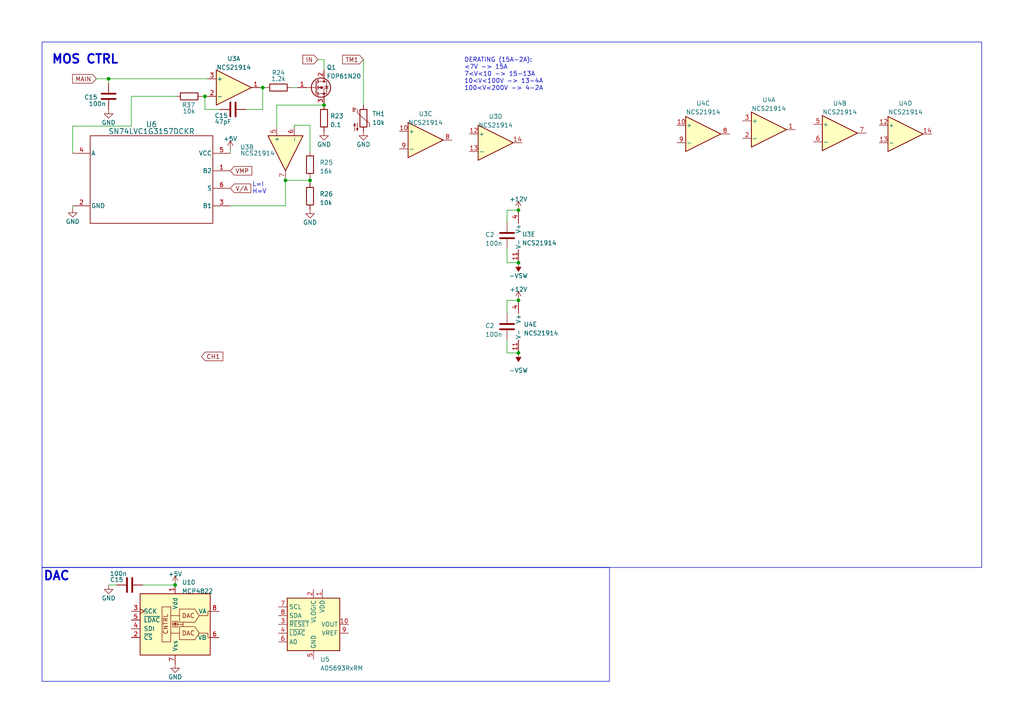
<source format=kicad_sch>
(kicad_sch (version 20230121) (generator eeschema)

  (uuid 5e94218f-af33-4d56-9cdd-fb60744780b2)

  (paper "A4")

  (lib_symbols
    (symbol "2024-01-11_11-13-49:SN74LVC1G3157DCKR" (pin_names (offset 0.254)) (in_bom yes) (on_board yes)
      (property "Reference" "U" (at 0 2.54 0)
        (effects (font (size 1.524 1.524)))
      )
      (property "Value" "SN74LVC1G3157DCKR" (at 0 0 0)
        (effects (font (size 1.524 1.524)))
      )
      (property "Footprint" "DCK0006A_N" (at 0 0 0)
        (effects (font (size 1.27 1.27) italic) hide)
      )
      (property "Datasheet" "SN74LVC1G3157DCKR" (at 0 0 0)
        (effects (font (size 1.27 1.27) italic) hide)
      )
      (property "ki_locked" "" (at 0 0 0)
        (effects (font (size 1.27 1.27)))
      )
      (property "ki_keywords" "SN74LVC1G3157DCKR" (at 0 0 0)
        (effects (font (size 1.27 1.27)) hide)
      )
      (property "ki_fp_filters" "DCK0006A_N DCK0006A_M DCK0006A_L" (at 0 0 0)
        (effects (font (size 1.27 1.27)) hide)
      )
      (symbol "SN74LVC1G3157DCKR_0_1"
        (polyline
          (pts
            (xy -17.78 -12.7)
            (xy 17.78 -12.7)
          )
          (stroke (width 0.2032) (type default))
          (fill (type none))
        )
        (polyline
          (pts
            (xy -17.78 12.7)
            (xy -17.78 -12.7)
          )
          (stroke (width 0.2032) (type default))
          (fill (type none))
        )
        (polyline
          (pts
            (xy 17.78 -12.7)
            (xy 17.78 12.7)
          )
          (stroke (width 0.2032) (type default))
          (fill (type none))
        )
        (polyline
          (pts
            (xy 17.78 12.7)
            (xy -17.78 12.7)
          )
          (stroke (width 0.2032) (type default))
          (fill (type none))
        )
        (pin input line (at -22.86 2.54 0) (length 5.08)
          (name "B2" (effects (font (size 1.27 1.27))))
          (number "1" (effects (font (size 1.27 1.27))))
        )
        (pin power_in line (at 22.86 -7.62 180) (length 5.08)
          (name "GND" (effects (font (size 1.27 1.27))))
          (number "2" (effects (font (size 1.27 1.27))))
        )
        (pin input line (at -22.86 -7.62 0) (length 5.08)
          (name "B1" (effects (font (size 1.27 1.27))))
          (number "3" (effects (font (size 1.27 1.27))))
        )
        (pin output line (at 22.86 7.62 180) (length 5.08)
          (name "A" (effects (font (size 1.27 1.27))))
          (number "4" (effects (font (size 1.27 1.27))))
        )
        (pin power_in line (at -22.86 7.62 0) (length 5.08)
          (name "VCC" (effects (font (size 1.27 1.27))))
          (number "5" (effects (font (size 1.27 1.27))))
        )
        (pin input line (at -22.86 -2.54 0) (length 5.08)
          (name "S" (effects (font (size 1.27 1.27))))
          (number "6" (effects (font (size 1.27 1.27))))
        )
      )
    )
    (symbol "Amplifier_Operational:LM324" (pin_names (offset 0.127)) (in_bom yes) (on_board yes)
      (property "Reference" "U" (at 0 5.08 0)
        (effects (font (size 1.27 1.27)) (justify left))
      )
      (property "Value" "LM324" (at 0 -5.08 0)
        (effects (font (size 1.27 1.27)) (justify left))
      )
      (property "Footprint" "" (at -1.27 2.54 0)
        (effects (font (size 1.27 1.27)) hide)
      )
      (property "Datasheet" "http://www.ti.com/lit/ds/symlink/lm2902-n.pdf" (at 1.27 5.08 0)
        (effects (font (size 1.27 1.27)) hide)
      )
      (property "ki_locked" "" (at 0 0 0)
        (effects (font (size 1.27 1.27)))
      )
      (property "ki_keywords" "quad opamp" (at 0 0 0)
        (effects (font (size 1.27 1.27)) hide)
      )
      (property "ki_description" "Low-Power, Quad-Operational Amplifiers, DIP-14/SOIC-14/SSOP-14" (at 0 0 0)
        (effects (font (size 1.27 1.27)) hide)
      )
      (property "ki_fp_filters" "SOIC*3.9x8.7mm*P1.27mm* DIP*W7.62mm* TSSOP*4.4x5mm*P0.65mm* SSOP*5.3x6.2mm*P0.65mm* MSOP*3x3mm*P0.5mm*" (at 0 0 0)
        (effects (font (size 1.27 1.27)) hide)
      )
      (symbol "LM324_1_1"
        (polyline
          (pts
            (xy -5.08 5.08)
            (xy 5.08 0)
            (xy -5.08 -5.08)
            (xy -5.08 5.08)
          )
          (stroke (width 0.254) (type default))
          (fill (type background))
        )
        (pin output line (at 7.62 0 180) (length 2.54)
          (name "~" (effects (font (size 1.27 1.27))))
          (number "1" (effects (font (size 1.27 1.27))))
        )
        (pin input line (at -7.62 -2.54 0) (length 2.54)
          (name "-" (effects (font (size 1.27 1.27))))
          (number "2" (effects (font (size 1.27 1.27))))
        )
        (pin input line (at -7.62 2.54 0) (length 2.54)
          (name "+" (effects (font (size 1.27 1.27))))
          (number "3" (effects (font (size 1.27 1.27))))
        )
      )
      (symbol "LM324_2_1"
        (polyline
          (pts
            (xy -5.08 5.08)
            (xy 5.08 0)
            (xy -5.08 -5.08)
            (xy -5.08 5.08)
          )
          (stroke (width 0.254) (type default))
          (fill (type background))
        )
        (pin input line (at -7.62 2.54 0) (length 2.54)
          (name "+" (effects (font (size 1.27 1.27))))
          (number "5" (effects (font (size 1.27 1.27))))
        )
        (pin input line (at -7.62 -2.54 0) (length 2.54)
          (name "-" (effects (font (size 1.27 1.27))))
          (number "6" (effects (font (size 1.27 1.27))))
        )
        (pin output line (at 7.62 0 180) (length 2.54)
          (name "~" (effects (font (size 1.27 1.27))))
          (number "7" (effects (font (size 1.27 1.27))))
        )
      )
      (symbol "LM324_3_1"
        (polyline
          (pts
            (xy -5.08 5.08)
            (xy 5.08 0)
            (xy -5.08 -5.08)
            (xy -5.08 5.08)
          )
          (stroke (width 0.254) (type default))
          (fill (type background))
        )
        (pin input line (at -7.62 2.54 0) (length 2.54)
          (name "+" (effects (font (size 1.27 1.27))))
          (number "10" (effects (font (size 1.27 1.27))))
        )
        (pin output line (at 7.62 0 180) (length 2.54)
          (name "~" (effects (font (size 1.27 1.27))))
          (number "8" (effects (font (size 1.27 1.27))))
        )
        (pin input line (at -7.62 -2.54 0) (length 2.54)
          (name "-" (effects (font (size 1.27 1.27))))
          (number "9" (effects (font (size 1.27 1.27))))
        )
      )
      (symbol "LM324_4_1"
        (polyline
          (pts
            (xy -5.08 5.08)
            (xy 5.08 0)
            (xy -5.08 -5.08)
            (xy -5.08 5.08)
          )
          (stroke (width 0.254) (type default))
          (fill (type background))
        )
        (pin input line (at -7.62 2.54 0) (length 2.54)
          (name "+" (effects (font (size 1.27 1.27))))
          (number "12" (effects (font (size 1.27 1.27))))
        )
        (pin input line (at -7.62 -2.54 0) (length 2.54)
          (name "-" (effects (font (size 1.27 1.27))))
          (number "13" (effects (font (size 1.27 1.27))))
        )
        (pin output line (at 7.62 0 180) (length 2.54)
          (name "~" (effects (font (size 1.27 1.27))))
          (number "14" (effects (font (size 1.27 1.27))))
        )
      )
      (symbol "LM324_5_1"
        (pin power_in line (at -2.54 -7.62 90) (length 3.81)
          (name "V-" (effects (font (size 1.27 1.27))))
          (number "11" (effects (font (size 1.27 1.27))))
        )
        (pin power_in line (at -2.54 7.62 270) (length 3.81)
          (name "V+" (effects (font (size 1.27 1.27))))
          (number "4" (effects (font (size 1.27 1.27))))
        )
      )
    )
    (symbol "Analog_DAC:AD5693RxRM" (in_bom yes) (on_board yes)
      (property "Reference" "U" (at 8.89 6.35 0)
        (effects (font (size 1.27 1.27)) (justify left))
      )
      (property "Value" "AD5693RxRM" (at 8.89 3.81 0)
        (effects (font (size 1.27 1.27)) (justify left))
      )
      (property "Footprint" "Package_SO:MSOP-10_3x3mm_P0.5mm" (at 33.02 -8.89 0)
        (effects (font (size 1.27 1.27)) hide)
      )
      (property "Datasheet" "https://www.analog.com/media/en/technical-documentation/data-sheets/AD5693R_5692R_5691R_5693.pdf" (at 8.89 6.35 0)
        (effects (font (size 1.27 1.27)) hide)
      )
      (property "ki_keywords" "serial DAC i2c digital analog converter" (at 0 0 0)
        (effects (font (size 1.27 1.27)) hide)
      )
      (property "ki_description" "Tiny, 16-Bit, I2C, nanoDAC+, 2 ppm/°C Reference, MSOP-10" (at 0 0 0)
        (effects (font (size 1.27 1.27)) hide)
      )
      (property "ki_fp_filters" "MSOP*3x3mm*P0.5mm*" (at 0 0 0)
        (effects (font (size 1.27 1.27)) hide)
      )
      (symbol "AD5693RxRM_0_1"
        (rectangle (start -7.62 7.62) (end 7.62 -7.62)
          (stroke (width 0.254) (type default))
          (fill (type background))
        )
      )
      (symbol "AD5693RxRM_1_1"
        (pin power_in line (at 2.54 10.16 270) (length 2.54)
          (name "VDD" (effects (font (size 1.27 1.27))))
          (number "1" (effects (font (size 1.27 1.27))))
        )
        (pin output line (at 10.16 0 180) (length 2.54)
          (name "VOUT" (effects (font (size 1.27 1.27))))
          (number "10" (effects (font (size 1.27 1.27))))
        )
        (pin power_in line (at 0 10.16 270) (length 2.54)
          (name "VLOGIC" (effects (font (size 1.27 1.27))))
          (number "2" (effects (font (size 1.27 1.27))))
        )
        (pin input line (at -10.16 0 0) (length 2.54)
          (name "~{RESET}" (effects (font (size 1.27 1.27))))
          (number "3" (effects (font (size 1.27 1.27))))
        )
        (pin input line (at -10.16 -2.54 0) (length 2.54)
          (name "~{LDAC}" (effects (font (size 1.27 1.27))))
          (number "4" (effects (font (size 1.27 1.27))))
        )
        (pin power_in line (at 0 -10.16 90) (length 2.54)
          (name "GND" (effects (font (size 1.27 1.27))))
          (number "5" (effects (font (size 1.27 1.27))))
        )
        (pin input line (at -10.16 -5.08 0) (length 2.54)
          (name "A0" (effects (font (size 1.27 1.27))))
          (number "6" (effects (font (size 1.27 1.27))))
        )
        (pin input line (at -10.16 5.08 0) (length 2.54)
          (name "SCL" (effects (font (size 1.27 1.27))))
          (number "7" (effects (font (size 1.27 1.27))))
        )
        (pin bidirectional line (at -10.16 2.54 0) (length 2.54)
          (name "SDA" (effects (font (size 1.27 1.27))))
          (number "8" (effects (font (size 1.27 1.27))))
        )
        (pin passive line (at 10.16 -2.54 180) (length 2.54)
          (name "VREF" (effects (font (size 1.27 1.27))))
          (number "9" (effects (font (size 1.27 1.27))))
        )
      )
    )
    (symbol "Analog_DAC:MCP4822" (pin_names (offset 1.016)) (in_bom yes) (on_board yes)
      (property "Reference" "U" (at -2.54 10.795 0)
        (effects (font (size 1.27 1.27)) (justify right))
      )
      (property "Value" "MCP4822" (at -2.54 8.89 0)
        (effects (font (size 1.27 1.27)) (justify right))
      )
      (property "Footprint" "" (at 20.32 -7.62 0)
        (effects (font (size 1.27 1.27)) hide)
      )
      (property "Datasheet" "http://ww1.microchip.com/downloads/en/DeviceDoc/20002249B.pdf" (at 20.32 -7.62 0)
        (effects (font (size 1.27 1.27)) hide)
      )
      (property "ki_keywords" "12-Bit DAC SPI Reference 2ch" (at 0 0 0)
        (effects (font (size 1.27 1.27)) hide)
      )
      (property "ki_description" "2-Channel 12-Bit D/A Converters with SPI Interface and Internal Reference (2.048V)" (at 0 0 0)
        (effects (font (size 1.27 1.27)) hide)
      )
      (property "ki_fp_filters" "DIP*W7.62mm* SOIC*3.9x4.9mm*P1.27mm* MSOP*3x3mm*P0.65mm*" (at 0 0 0)
        (effects (font (size 1.27 1.27)) hide)
      )
      (symbol "MCP4822_0_0"
        (polyline
          (pts
            (xy 0 -1.778)
            (xy 0 -0.635)
          )
          (stroke (width 0) (type default))
          (fill (type none))
        )
        (polyline
          (pts
            (xy 0.381 -0.889)
            (xy 0.508 -0.762)
          )
          (stroke (width 0) (type default))
          (fill (type none))
        )
        (polyline
          (pts
            (xy 2.286 -1.143)
            (xy 2.286 -1.905)
          )
          (stroke (width 0) (type default))
          (fill (type none))
        )
        (polyline
          (pts
            (xy 0.381 -0.889)
            (xy -0.381 -0.889)
            (xy -0.508 -1.016)
          )
          (stroke (width 0) (type default))
          (fill (type none))
        )
        (polyline
          (pts
            (xy 0.762 -1.27)
            (xy 2.286 -1.27)
            (xy 2.286 -0.762)
          )
          (stroke (width 0) (type default))
          (fill (type none))
        )
        (polyline
          (pts
            (xy 0 -0.889)
            (xy 0.508 -1.397)
            (xy -0.508 -1.397)
            (xy 0 -0.889)
          )
          (stroke (width 0) (type default))
          (fill (type none))
        )
        (polyline
          (pts
            (xy 6.985 -3.81)
            (xy 9.525 -3.81)
            (xy 9.525 -5.08)
            (xy 10.16 -5.08)
          )
          (stroke (width 0) (type default))
          (fill (type none))
        )
        (polyline
          (pts
            (xy 6.985 1.27)
            (xy 9.525 1.27)
            (xy 9.525 2.54)
            (xy 10.16 2.54)
          )
          (stroke (width 0) (type default))
          (fill (type none))
        )
        (rectangle (start 0.762 -0.381) (end -0.762 -2.032)
          (stroke (width 0) (type default))
          (fill (type none))
        )
        (text "CNTRL" (at -2.032 -4.191 900)
          (effects (font (size 1.27 1.27)) (justify left bottom))
        )
        (text "DAC" (at 3.81 -3.81 0)
          (effects (font (size 1.27 1.27)))
        )
        (text "DAC" (at 3.81 1.27 0)
          (effects (font (size 1.27 1.27)))
        )
      )
      (symbol "MCP4822_0_1"
        (rectangle (start -10.16 7.62) (end 10.16 -10.16)
          (stroke (width 0.254) (type default))
          (fill (type background))
        )
        (rectangle (start -1.27 -6.35) (end -3.81 3.81)
          (stroke (width 0) (type default))
          (fill (type none))
        )
        (polyline
          (pts
            (xy 1.27 -3.81)
            (xy -1.27 -3.81)
          )
          (stroke (width 0) (type default))
          (fill (type none))
        )
        (polyline
          (pts
            (xy 1.27 1.27)
            (xy -1.27 1.27)
          )
          (stroke (width 0) (type default))
          (fill (type none))
        )
        (polyline
          (pts
            (xy 6.985 -3.81)
            (xy 5.715 -1.905)
            (xy 1.27 -1.905)
            (xy 1.27 -5.715)
            (xy 5.715 -5.715)
            (xy 6.985 -3.81)
          )
          (stroke (width 0) (type default))
          (fill (type none))
        )
        (polyline
          (pts
            (xy 6.985 1.27)
            (xy 5.715 3.175)
            (xy 1.27 3.175)
            (xy 1.27 -0.635)
            (xy 5.715 -0.635)
            (xy 6.985 1.27)
          )
          (stroke (width 0) (type default))
          (fill (type none))
        )
      )
      (symbol "MCP4822_1_1"
        (pin power_in line (at 0 10.16 270) (length 2.54)
          (name "Vdd" (effects (font (size 1.27 1.27))))
          (number "1" (effects (font (size 1.27 1.27))))
        )
        (pin input line (at -12.7 -5.08 0) (length 2.54)
          (name "~{CS}" (effects (font (size 1.27 1.27))))
          (number "2" (effects (font (size 1.27 1.27))))
        )
        (pin input clock (at -12.7 2.54 0) (length 2.54)
          (name "SCK" (effects (font (size 1.27 1.27))))
          (number "3" (effects (font (size 1.27 1.27))))
        )
        (pin input line (at -12.7 -2.54 0) (length 2.54)
          (name "SDI" (effects (font (size 1.27 1.27))))
          (number "4" (effects (font (size 1.27 1.27))))
        )
        (pin input line (at -12.7 0 0) (length 2.54)
          (name "~{LDAC}" (effects (font (size 1.27 1.27))))
          (number "5" (effects (font (size 1.27 1.27))))
        )
        (pin output line (at 12.7 -5.08 180) (length 2.54)
          (name "VB" (effects (font (size 1.27 1.27))))
          (number "6" (effects (font (size 1.27 1.27))))
        )
        (pin power_in line (at 0 -12.7 90) (length 2.54)
          (name "Vss" (effects (font (size 1.27 1.27))))
          (number "7" (effects (font (size 1.27 1.27))))
        )
        (pin output line (at 12.7 2.54 180) (length 2.54)
          (name "VA" (effects (font (size 1.27 1.27))))
          (number "8" (effects (font (size 1.27 1.27))))
        )
      )
    )
    (symbol "Device:C" (pin_numbers hide) (pin_names (offset 0.254)) (in_bom yes) (on_board yes)
      (property "Reference" "C" (at 0.635 2.54 0)
        (effects (font (size 1.27 1.27)) (justify left))
      )
      (property "Value" "C" (at 0.635 -2.54 0)
        (effects (font (size 1.27 1.27)) (justify left))
      )
      (property "Footprint" "" (at 0.9652 -3.81 0)
        (effects (font (size 1.27 1.27)) hide)
      )
      (property "Datasheet" "~" (at 0 0 0)
        (effects (font (size 1.27 1.27)) hide)
      )
      (property "ki_keywords" "cap capacitor" (at 0 0 0)
        (effects (font (size 1.27 1.27)) hide)
      )
      (property "ki_description" "Unpolarized capacitor" (at 0 0 0)
        (effects (font (size 1.27 1.27)) hide)
      )
      (property "ki_fp_filters" "C_*" (at 0 0 0)
        (effects (font (size 1.27 1.27)) hide)
      )
      (symbol "C_0_1"
        (polyline
          (pts
            (xy -2.032 -0.762)
            (xy 2.032 -0.762)
          )
          (stroke (width 0.508) (type default))
          (fill (type none))
        )
        (polyline
          (pts
            (xy -2.032 0.762)
            (xy 2.032 0.762)
          )
          (stroke (width 0.508) (type default))
          (fill (type none))
        )
      )
      (symbol "C_1_1"
        (pin passive line (at 0 3.81 270) (length 2.794)
          (name "~" (effects (font (size 1.27 1.27))))
          (number "1" (effects (font (size 1.27 1.27))))
        )
        (pin passive line (at 0 -3.81 90) (length 2.794)
          (name "~" (effects (font (size 1.27 1.27))))
          (number "2" (effects (font (size 1.27 1.27))))
        )
      )
    )
    (symbol "Device:R" (pin_numbers hide) (pin_names (offset 0)) (in_bom yes) (on_board yes)
      (property "Reference" "R" (at 2.032 0 90)
        (effects (font (size 1.27 1.27)))
      )
      (property "Value" "R" (at 0 0 90)
        (effects (font (size 1.27 1.27)))
      )
      (property "Footprint" "" (at -1.778 0 90)
        (effects (font (size 1.27 1.27)) hide)
      )
      (property "Datasheet" "~" (at 0 0 0)
        (effects (font (size 1.27 1.27)) hide)
      )
      (property "ki_keywords" "R res resistor" (at 0 0 0)
        (effects (font (size 1.27 1.27)) hide)
      )
      (property "ki_description" "Resistor" (at 0 0 0)
        (effects (font (size 1.27 1.27)) hide)
      )
      (property "ki_fp_filters" "R_*" (at 0 0 0)
        (effects (font (size 1.27 1.27)) hide)
      )
      (symbol "R_0_1"
        (rectangle (start -1.016 -2.54) (end 1.016 2.54)
          (stroke (width 0.254) (type default))
          (fill (type none))
        )
      )
      (symbol "R_1_1"
        (pin passive line (at 0 3.81 270) (length 1.27)
          (name "~" (effects (font (size 1.27 1.27))))
          (number "1" (effects (font (size 1.27 1.27))))
        )
        (pin passive line (at 0 -3.81 90) (length 1.27)
          (name "~" (effects (font (size 1.27 1.27))))
          (number "2" (effects (font (size 1.27 1.27))))
        )
      )
    )
    (symbol "Device:Thermistor_NTC" (pin_numbers hide) (pin_names (offset 0)) (in_bom yes) (on_board yes)
      (property "Reference" "TH" (at -4.445 0 90)
        (effects (font (size 1.27 1.27)))
      )
      (property "Value" "Thermistor_NTC" (at 3.175 0 90)
        (effects (font (size 1.27 1.27)))
      )
      (property "Footprint" "" (at 0 1.27 0)
        (effects (font (size 1.27 1.27)) hide)
      )
      (property "Datasheet" "~" (at 0 1.27 0)
        (effects (font (size 1.27 1.27)) hide)
      )
      (property "ki_keywords" "thermistor NTC resistor sensor RTD" (at 0 0 0)
        (effects (font (size 1.27 1.27)) hide)
      )
      (property "ki_description" "Temperature dependent resistor, negative temperature coefficient" (at 0 0 0)
        (effects (font (size 1.27 1.27)) hide)
      )
      (property "ki_fp_filters" "*NTC* *Thermistor* PIN?ARRAY* bornier* *Terminal?Block* R_*" (at 0 0 0)
        (effects (font (size 1.27 1.27)) hide)
      )
      (symbol "Thermistor_NTC_0_1"
        (arc (start -3.048 2.159) (mid -3.0495 2.3143) (end -3.175 2.413)
          (stroke (width 0) (type default))
          (fill (type none))
        )
        (arc (start -3.048 2.159) (mid -2.9736 1.9794) (end -2.794 1.905)
          (stroke (width 0) (type default))
          (fill (type none))
        )
        (arc (start -3.048 2.794) (mid -2.9736 2.6144) (end -2.794 2.54)
          (stroke (width 0) (type default))
          (fill (type none))
        )
        (arc (start -2.794 1.905) (mid -2.6144 1.9794) (end -2.54 2.159)
          (stroke (width 0) (type default))
          (fill (type none))
        )
        (arc (start -2.794 2.54) (mid -2.4393 2.5587) (end -2.159 2.794)
          (stroke (width 0) (type default))
          (fill (type none))
        )
        (arc (start -2.794 3.048) (mid -2.9736 2.9736) (end -3.048 2.794)
          (stroke (width 0) (type default))
          (fill (type none))
        )
        (arc (start -2.54 2.794) (mid -2.6144 2.9736) (end -2.794 3.048)
          (stroke (width 0) (type default))
          (fill (type none))
        )
        (rectangle (start -1.016 2.54) (end 1.016 -2.54)
          (stroke (width 0.254) (type default))
          (fill (type none))
        )
        (polyline
          (pts
            (xy -2.54 2.159)
            (xy -2.54 2.794)
          )
          (stroke (width 0) (type default))
          (fill (type none))
        )
        (polyline
          (pts
            (xy -1.778 2.54)
            (xy -1.778 1.524)
            (xy 1.778 -1.524)
            (xy 1.778 -2.54)
          )
          (stroke (width 0) (type default))
          (fill (type none))
        )
        (polyline
          (pts
            (xy -2.54 -3.683)
            (xy -2.54 -1.397)
            (xy -2.794 -2.159)
            (xy -2.286 -2.159)
            (xy -2.54 -1.397)
            (xy -2.54 -1.651)
          )
          (stroke (width 0) (type default))
          (fill (type outline))
        )
        (polyline
          (pts
            (xy -1.778 -1.397)
            (xy -1.778 -3.683)
            (xy -2.032 -2.921)
            (xy -1.524 -2.921)
            (xy -1.778 -3.683)
            (xy -1.778 -3.429)
          )
          (stroke (width 0) (type default))
          (fill (type outline))
        )
      )
      (symbol "Thermistor_NTC_1_1"
        (pin passive line (at 0 3.81 270) (length 1.27)
          (name "~" (effects (font (size 1.27 1.27))))
          (number "1" (effects (font (size 1.27 1.27))))
        )
        (pin passive line (at 0 -3.81 90) (length 1.27)
          (name "~" (effects (font (size 1.27 1.27))))
          (number "2" (effects (font (size 1.27 1.27))))
        )
      )
    )
    (symbol "Transistor_FET:IRF540N" (pin_names hide) (in_bom yes) (on_board yes)
      (property "Reference" "Q" (at 6.35 1.905 0)
        (effects (font (size 1.27 1.27)) (justify left))
      )
      (property "Value" "IRF540N" (at 6.35 0 0)
        (effects (font (size 1.27 1.27)) (justify left))
      )
      (property "Footprint" "Package_TO_SOT_THT:TO-220-3_Vertical" (at 6.35 -1.905 0)
        (effects (font (size 1.27 1.27) italic) (justify left) hide)
      )
      (property "Datasheet" "http://www.irf.com/product-info/datasheets/data/irf540n.pdf" (at 0 0 0)
        (effects (font (size 1.27 1.27)) (justify left) hide)
      )
      (property "ki_keywords" "HEXFET N-Channel MOSFET" (at 0 0 0)
        (effects (font (size 1.27 1.27)) hide)
      )
      (property "ki_description" "33A Id, 100V Vds, HEXFET N-Channel MOSFET, TO-220" (at 0 0 0)
        (effects (font (size 1.27 1.27)) hide)
      )
      (property "ki_fp_filters" "TO?220*" (at 0 0 0)
        (effects (font (size 1.27 1.27)) hide)
      )
      (symbol "IRF540N_0_1"
        (polyline
          (pts
            (xy 0.254 0)
            (xy -2.54 0)
          )
          (stroke (width 0) (type default))
          (fill (type none))
        )
        (polyline
          (pts
            (xy 0.254 1.905)
            (xy 0.254 -1.905)
          )
          (stroke (width 0.254) (type default))
          (fill (type none))
        )
        (polyline
          (pts
            (xy 0.762 -1.27)
            (xy 0.762 -2.286)
          )
          (stroke (width 0.254) (type default))
          (fill (type none))
        )
        (polyline
          (pts
            (xy 0.762 0.508)
            (xy 0.762 -0.508)
          )
          (stroke (width 0.254) (type default))
          (fill (type none))
        )
        (polyline
          (pts
            (xy 0.762 2.286)
            (xy 0.762 1.27)
          )
          (stroke (width 0.254) (type default))
          (fill (type none))
        )
        (polyline
          (pts
            (xy 2.54 2.54)
            (xy 2.54 1.778)
          )
          (stroke (width 0) (type default))
          (fill (type none))
        )
        (polyline
          (pts
            (xy 2.54 -2.54)
            (xy 2.54 0)
            (xy 0.762 0)
          )
          (stroke (width 0) (type default))
          (fill (type none))
        )
        (polyline
          (pts
            (xy 0.762 -1.778)
            (xy 3.302 -1.778)
            (xy 3.302 1.778)
            (xy 0.762 1.778)
          )
          (stroke (width 0) (type default))
          (fill (type none))
        )
        (polyline
          (pts
            (xy 1.016 0)
            (xy 2.032 0.381)
            (xy 2.032 -0.381)
            (xy 1.016 0)
          )
          (stroke (width 0) (type default))
          (fill (type outline))
        )
        (polyline
          (pts
            (xy 2.794 0.508)
            (xy 2.921 0.381)
            (xy 3.683 0.381)
            (xy 3.81 0.254)
          )
          (stroke (width 0) (type default))
          (fill (type none))
        )
        (polyline
          (pts
            (xy 3.302 0.381)
            (xy 2.921 -0.254)
            (xy 3.683 -0.254)
            (xy 3.302 0.381)
          )
          (stroke (width 0) (type default))
          (fill (type none))
        )
        (circle (center 1.651 0) (radius 2.794)
          (stroke (width 0.254) (type default))
          (fill (type none))
        )
        (circle (center 2.54 -1.778) (radius 0.254)
          (stroke (width 0) (type default))
          (fill (type outline))
        )
        (circle (center 2.54 1.778) (radius 0.254)
          (stroke (width 0) (type default))
          (fill (type outline))
        )
      )
      (symbol "IRF540N_1_1"
        (pin input line (at -5.08 0 0) (length 2.54)
          (name "G" (effects (font (size 1.27 1.27))))
          (number "1" (effects (font (size 1.27 1.27))))
        )
        (pin passive line (at 2.54 5.08 270) (length 2.54)
          (name "D" (effects (font (size 1.27 1.27))))
          (number "2" (effects (font (size 1.27 1.27))))
        )
        (pin passive line (at 2.54 -5.08 90) (length 2.54)
          (name "S" (effects (font (size 1.27 1.27))))
          (number "3" (effects (font (size 1.27 1.27))))
        )
      )
    )
    (symbol "power:+12V" (power) (pin_names (offset 0)) (in_bom yes) (on_board yes)
      (property "Reference" "#PWR" (at 0 -3.81 0)
        (effects (font (size 1.27 1.27)) hide)
      )
      (property "Value" "+12V" (at 0 3.556 0)
        (effects (font (size 1.27 1.27)))
      )
      (property "Footprint" "" (at 0 0 0)
        (effects (font (size 1.27 1.27)) hide)
      )
      (property "Datasheet" "" (at 0 0 0)
        (effects (font (size 1.27 1.27)) hide)
      )
      (property "ki_keywords" "global power" (at 0 0 0)
        (effects (font (size 1.27 1.27)) hide)
      )
      (property "ki_description" "Power symbol creates a global label with name \"+12V\"" (at 0 0 0)
        (effects (font (size 1.27 1.27)) hide)
      )
      (symbol "+12V_0_1"
        (polyline
          (pts
            (xy -0.762 1.27)
            (xy 0 2.54)
          )
          (stroke (width 0) (type default))
          (fill (type none))
        )
        (polyline
          (pts
            (xy 0 0)
            (xy 0 2.54)
          )
          (stroke (width 0) (type default))
          (fill (type none))
        )
        (polyline
          (pts
            (xy 0 2.54)
            (xy 0.762 1.27)
          )
          (stroke (width 0) (type default))
          (fill (type none))
        )
      )
      (symbol "+12V_1_1"
        (pin power_in line (at 0 0 90) (length 0) hide
          (name "+12V" (effects (font (size 1.27 1.27))))
          (number "1" (effects (font (size 1.27 1.27))))
        )
      )
    )
    (symbol "power:+5V" (power) (pin_names (offset 0)) (in_bom yes) (on_board yes)
      (property "Reference" "#PWR" (at 0 -3.81 0)
        (effects (font (size 1.27 1.27)) hide)
      )
      (property "Value" "+5V" (at 0 3.556 0)
        (effects (font (size 1.27 1.27)))
      )
      (property "Footprint" "" (at 0 0 0)
        (effects (font (size 1.27 1.27)) hide)
      )
      (property "Datasheet" "" (at 0 0 0)
        (effects (font (size 1.27 1.27)) hide)
      )
      (property "ki_keywords" "global power" (at 0 0 0)
        (effects (font (size 1.27 1.27)) hide)
      )
      (property "ki_description" "Power symbol creates a global label with name \"+5V\"" (at 0 0 0)
        (effects (font (size 1.27 1.27)) hide)
      )
      (symbol "+5V_0_1"
        (polyline
          (pts
            (xy -0.762 1.27)
            (xy 0 2.54)
          )
          (stroke (width 0) (type default))
          (fill (type none))
        )
        (polyline
          (pts
            (xy 0 0)
            (xy 0 2.54)
          )
          (stroke (width 0) (type default))
          (fill (type none))
        )
        (polyline
          (pts
            (xy 0 2.54)
            (xy 0.762 1.27)
          )
          (stroke (width 0) (type default))
          (fill (type none))
        )
      )
      (symbol "+5V_1_1"
        (pin power_in line (at 0 0 90) (length 0) hide
          (name "+5V" (effects (font (size 1.27 1.27))))
          (number "1" (effects (font (size 1.27 1.27))))
        )
      )
    )
    (symbol "power:-VSW" (power) (pin_names (offset 0)) (in_bom yes) (on_board yes)
      (property "Reference" "#PWR" (at 0 2.54 0)
        (effects (font (size 1.27 1.27)) hide)
      )
      (property "Value" "-VSW" (at 0 3.81 0)
        (effects (font (size 1.27 1.27)))
      )
      (property "Footprint" "" (at 0 0 0)
        (effects (font (size 1.27 1.27)) hide)
      )
      (property "Datasheet" "" (at 0 0 0)
        (effects (font (size 1.27 1.27)) hide)
      )
      (property "ki_keywords" "global power" (at 0 0 0)
        (effects (font (size 1.27 1.27)) hide)
      )
      (property "ki_description" "Power symbol creates a global label with name \"-VSW\"" (at 0 0 0)
        (effects (font (size 1.27 1.27)) hide)
      )
      (symbol "-VSW_0_0"
        (pin power_in line (at 0 0 90) (length 0) hide
          (name "-VSW" (effects (font (size 1.27 1.27))))
          (number "1" (effects (font (size 1.27 1.27))))
        )
      )
      (symbol "-VSW_0_1"
        (polyline
          (pts
            (xy 0 0)
            (xy 0 1.27)
            (xy 0.762 1.27)
            (xy 0 2.54)
            (xy -0.762 1.27)
            (xy 0 1.27)
          )
          (stroke (width 0) (type default))
          (fill (type outline))
        )
      )
    )
    (symbol "power:GND" (power) (pin_names (offset 0)) (in_bom yes) (on_board yes)
      (property "Reference" "#PWR" (at 0 -6.35 0)
        (effects (font (size 1.27 1.27)) hide)
      )
      (property "Value" "GND" (at 0 -3.81 0)
        (effects (font (size 1.27 1.27)))
      )
      (property "Footprint" "" (at 0 0 0)
        (effects (font (size 1.27 1.27)) hide)
      )
      (property "Datasheet" "" (at 0 0 0)
        (effects (font (size 1.27 1.27)) hide)
      )
      (property "ki_keywords" "global power" (at 0 0 0)
        (effects (font (size 1.27 1.27)) hide)
      )
      (property "ki_description" "Power symbol creates a global label with name \"GND\" , ground" (at 0 0 0)
        (effects (font (size 1.27 1.27)) hide)
      )
      (symbol "GND_0_1"
        (polyline
          (pts
            (xy 0 0)
            (xy 0 -1.27)
            (xy 1.27 -1.27)
            (xy 0 -2.54)
            (xy -1.27 -1.27)
            (xy 0 -1.27)
          )
          (stroke (width 0) (type default))
          (fill (type none))
        )
      )
      (symbol "GND_1_1"
        (pin power_in line (at 0 0 270) (length 0) hide
          (name "GND" (effects (font (size 1.27 1.27))))
          (number "1" (effects (font (size 1.27 1.27))))
        )
      )
    )
  )

  (junction (at 76.2 25.4) (diameter 0) (color 0 0 0 0)
    (uuid 4bd4762e-38d1-4cab-aa4e-1e32b607edfc)
  )
  (junction (at 89.916 52.324) (diameter 0) (color 0 0 0 0)
    (uuid 67fb553a-1b74-466d-9b78-2f2a46606a33)
  )
  (junction (at 82.804 52.324) (diameter 0) (color 0 0 0 0)
    (uuid 7b36a173-71ed-4694-a11c-cf6c9119550d)
  )
  (junction (at 150.368 76.2) (diameter 0) (color 0 0 0 0)
    (uuid 7b3b6730-e037-4be6-b2e6-e2a7c627f3dc)
  )
  (junction (at 59.436 27.94) (diameter 0) (color 0 0 0 0)
    (uuid 7d1f3dda-389b-4bb1-a75f-f951538901f5)
  )
  (junction (at 150.368 60.96) (diameter 0) (color 0 0 0 0)
    (uuid 7f771590-47c6-450a-88c1-b78cf9118e5e)
  )
  (junction (at 93.98 30.48) (diameter 0) (color 0 0 0 0)
    (uuid a4b10b30-38d3-446a-a575-f6642ea501c3)
  )
  (junction (at 150.368 87.122) (diameter 0) (color 0 0 0 0)
    (uuid c00db3f4-5efc-4a8a-a6fa-71ba96f7f2eb)
  )
  (junction (at 31.496 22.86) (diameter 0) (color 0 0 0 0)
    (uuid c1c1da20-404f-4771-9c4a-d98dcb1a5006)
  )
  (junction (at 50.8 169.672) (diameter 0) (color 0 0 0 0)
    (uuid ca9d2699-0c83-4c86-9dfa-1836191b7ea0)
  )
  (junction (at 150.368 102.362) (diameter 0) (color 0 0 0 0)
    (uuid cc7eabb7-431f-4e61-8337-cd4a201b7fd7)
  )

  (wire (pts (xy 31.496 169.672) (xy 33.782 169.672))
    (stroke (width 0) (type default))
    (uuid 0409d5e1-8f0c-46c1-8061-e9526bea431f)
  )
  (wire (pts (xy 82.804 52.324) (xy 82.804 59.69))
    (stroke (width 0) (type default))
    (uuid 0855ccd8-82c7-4c00-8230-b0e4e6bb6e3e)
  )
  (wire (pts (xy 82.804 52.324) (xy 89.916 52.324))
    (stroke (width 0) (type default))
    (uuid 089b37f1-f2e0-47df-8975-bfc6b3b89920)
  )
  (wire (pts (xy 150.368 76.2) (xy 147.066 76.2))
    (stroke (width 0) (type default))
    (uuid 0b6f78c8-39e8-4d2e-8e24-69e665ffe877)
  )
  (wire (pts (xy 147.066 60.96) (xy 147.066 64.516))
    (stroke (width 0) (type default))
    (uuid 0fafd898-9d2e-478c-88f8-5758f0bc3a27)
  )
  (wire (pts (xy 66.802 59.69) (xy 82.804 59.69))
    (stroke (width 0) (type default))
    (uuid 1b2f2bda-8087-4dde-b144-f1ed22997134)
  )
  (wire (pts (xy 105.41 17.272) (xy 105.41 30.48))
    (stroke (width 0) (type default))
    (uuid 255153bd-0de6-431f-b096-093747611015)
  )
  (wire (pts (xy 58.674 27.94) (xy 59.436 27.94))
    (stroke (width 0) (type default))
    (uuid 37462372-9186-4861-99b6-506f18aa53f3)
  )
  (wire (pts (xy 27.94 22.86) (xy 31.496 22.86))
    (stroke (width 0) (type default))
    (uuid 3bded3bf-efb8-4b40-9dca-0d06e0c2498f)
  )
  (wire (pts (xy 63.754 31.75) (xy 59.436 31.75))
    (stroke (width 0) (type default))
    (uuid 3c17b052-2564-409d-8f15-f882227ff6e9)
  )
  (wire (pts (xy 85.344 36.322) (xy 85.344 36.83))
    (stroke (width 0) (type default))
    (uuid 414244f2-034b-4858-9985-a93b2922dde9)
  )
  (wire (pts (xy 150.368 87.122) (xy 147.066 87.122))
    (stroke (width 0) (type default))
    (uuid 4953f00a-8e71-47fc-9aa6-e8ce15fcda03)
  )
  (wire (pts (xy 80.264 30.48) (xy 93.98 30.48))
    (stroke (width 0) (type default))
    (uuid 5149a736-2630-4d99-b3b6-0bc47f657ec5)
  )
  (wire (pts (xy 38.1 36.576) (xy 21.082 36.576))
    (stroke (width 0) (type default))
    (uuid 60d62dbe-9d36-4326-be59-fb36d4dbb477)
  )
  (wire (pts (xy 66.802 43.434) (xy 66.802 44.45))
    (stroke (width 0) (type default))
    (uuid 62af9f8e-ea19-425e-85f0-41e215f81b90)
  )
  (wire (pts (xy 89.916 52.324) (xy 89.916 53.086))
    (stroke (width 0) (type default))
    (uuid 6bae2b96-0218-4d49-9d71-32c949356995)
  )
  (wire (pts (xy 147.066 87.122) (xy 147.066 90.932))
    (stroke (width 0) (type default))
    (uuid 6d14ed9b-2dc8-4a73-a18d-889778066adc)
  )
  (wire (pts (xy 21.082 60.452) (xy 21.082 59.69))
    (stroke (width 0) (type default))
    (uuid 7517ba48-1dc8-4202-adcf-ee1f1c352817)
  )
  (wire (pts (xy 38.1 27.94) (xy 38.1 36.576))
    (stroke (width 0) (type default))
    (uuid 753ff834-b684-42d9-b633-1f96ab0d0e39)
  )
  (wire (pts (xy 93.98 17.272) (xy 93.98 20.32))
    (stroke (width 0) (type default))
    (uuid 754d8a2f-f83c-4c69-a084-deae32b93200)
  )
  (wire (pts (xy 89.916 36.322) (xy 85.344 36.322))
    (stroke (width 0) (type default))
    (uuid 7893dc14-c123-40aa-83b6-1eed8d9e3c6f)
  )
  (wire (pts (xy 147.066 102.362) (xy 147.066 98.552))
    (stroke (width 0) (type default))
    (uuid 7afa4234-9bed-48dd-b17a-659e77003325)
  )
  (wire (pts (xy 84.582 25.4) (xy 86.36 25.4))
    (stroke (width 0) (type default))
    (uuid 7fa0548f-7df9-4328-ab40-f052dd81c3f3)
  )
  (wire (pts (xy 59.436 31.75) (xy 59.436 27.94))
    (stroke (width 0) (type default))
    (uuid 8aeb1c11-073d-4d7e-a0ca-410a8e5ebadb)
  )
  (wire (pts (xy 21.082 36.576) (xy 21.082 44.45))
    (stroke (width 0) (type default))
    (uuid 8edd4328-09c7-445b-9afb-db64c3708f6f)
  )
  (wire (pts (xy 31.496 24.13) (xy 31.496 22.86))
    (stroke (width 0) (type default))
    (uuid 91cf5b9b-07b6-4cd2-85e2-68b6de4c613f)
  )
  (wire (pts (xy 59.436 27.94) (xy 60.198 27.94))
    (stroke (width 0) (type default))
    (uuid 9553a515-ed30-4529-8dfc-034f1e2d8605)
  )
  (wire (pts (xy 82.804 52.324) (xy 82.804 52.07))
    (stroke (width 0) (type default))
    (uuid a66a2e1a-0275-4113-b7fe-c3b029fe8c7c)
  )
  (wire (pts (xy 41.402 169.672) (xy 50.8 169.672))
    (stroke (width 0) (type default))
    (uuid a859e279-5132-415b-8489-3dccc159f8ad)
  )
  (wire (pts (xy 92.202 17.272) (xy 93.98 17.272))
    (stroke (width 0) (type default))
    (uuid a91c5ada-6a19-4aa9-9084-8e174a68cfab)
  )
  (wire (pts (xy 75.438 25.4) (xy 76.2 25.4))
    (stroke (width 0) (type default))
    (uuid b7a19e7c-769e-4966-a5ba-baa1d03f9de5)
  )
  (wire (pts (xy 89.916 43.942) (xy 89.916 36.322))
    (stroke (width 0) (type default))
    (uuid c8c08690-9ec9-4c27-81e9-2a42bd2cd7f6)
  )
  (wire (pts (xy 147.066 76.2) (xy 147.066 72.136))
    (stroke (width 0) (type default))
    (uuid c91cbf1f-8ba6-400e-a610-e53c63d79dc8)
  )
  (wire (pts (xy 89.916 51.562) (xy 89.916 52.324))
    (stroke (width 0) (type default))
    (uuid c9aa6543-816a-41b5-a626-2b2809ce7347)
  )
  (wire (pts (xy 76.2 31.75) (xy 76.2 25.4))
    (stroke (width 0) (type default))
    (uuid d2918dba-1c8c-4096-8138-bab3b28cfbfb)
  )
  (wire (pts (xy 80.264 30.48) (xy 80.264 36.83))
    (stroke (width 0) (type default))
    (uuid da496a92-e975-4d9f-9b51-5537f0108300)
  )
  (wire (pts (xy 150.368 102.362) (xy 147.066 102.362))
    (stroke (width 0) (type default))
    (uuid da65e360-b266-4add-8811-fe2853168067)
  )
  (wire (pts (xy 150.368 60.96) (xy 147.066 60.96))
    (stroke (width 0) (type default))
    (uuid dc6e79f3-b637-4af4-9328-7627726c984f)
  )
  (wire (pts (xy 71.374 31.75) (xy 76.2 31.75))
    (stroke (width 0) (type default))
    (uuid de7913a5-b2a0-4632-a766-dd1217a82b70)
  )
  (wire (pts (xy 31.496 22.86) (xy 60.198 22.86))
    (stroke (width 0) (type default))
    (uuid f01c09fd-1a67-4f4f-8e35-d3c1c47745fa)
  )
  (wire (pts (xy 76.2 25.4) (xy 76.962 25.4))
    (stroke (width 0) (type default))
    (uuid f4f6e6c1-787f-451f-8ca0-bbf20bd717a8)
  )
  (wire (pts (xy 38.1 27.94) (xy 51.054 27.94))
    (stroke (width 0) (type default))
    (uuid fcf991b3-d1af-4840-9c6a-8275240738ff)
  )

  (rectangle (start 12.192 164.592) (end 176.784 197.612)
    (stroke (width 0) (type default))
    (fill (type none))
    (uuid 37b3384e-5c21-4889-b4df-e4b76c1b82c0)
  )
  (rectangle (start 12.192 12.192) (end 284.734 164.592)
    (stroke (width 0) (type default))
    (fill (type none))
    (uuid a8bfd26d-c437-49e1-b6e0-ec523c7835cf)
  )

  (text "DERATING (15A-2A):\n<7V -> 15A\n7<V<10 -> 15-13A\n10<V<100V -> 13-4A\n100<V<200V -> 4-2A"
    (at 134.62 26.416 0)
    (effects (font (size 1.27 1.27)) (justify left bottom))
    (uuid 02cfec0b-5aca-430a-8e5a-8d8c65451437)
  )
  (text "BOM (versione rich):" (at 159.639 218.567 0)
    (effects (font (size 2.54 2.54) (thickness 0.508) bold) (justify left bottom))
    (uuid 03ff15c3-ac2c-4e7f-b81f-8bc9e1114704)
  )
  (text "https://www.lcsc.com/product-detail/Precision-OpAmps_Gainsil-GS8594-SR_C431325.html  , 0.81$, 30uV max Vos, 1uV typ Vos\nhttps://www.lcsc.com/product-detail/Precision-OpAmps_COSINE-COS8554SR_C2685363.html  , 0.56$, 50uV max Vos, 5uV typ Vos\nhttps://www.lcsc.com/product-detail/Precision-OpAmps_COSINE-COS8554SRB_C5367538.html , 0.46$, 100uV max Vos, nd typ Vos\n"
    (at 24.257 225.425 0)
    (effects (font (size 1.27 1.27)) (justify left bottom))
    (uuid 0edb3ae8-07ff-49a8-b3cf-57a4a2860b32)
  )
  (text "TRIMMABILE" (at 23.622 246.38 0)
    (effects (font (size 2.54 2.54) (thickness 0.508) bold) (justify left bottom))
    (uuid 1544d993-369d-44f0-a297-7c746f03a1d6)
  )
  (text "8X COS8551          0.31$   2.48$      shunt amp\n2x GS8594           0.81$   1.62$      comparatore\n8x 55J1R0E          0.68$   5.54$      1R shunt\n8x MA272840FR100FZ  0.39$   3.21$      R1 shunt\n8x RZ03-1C3-D005    2.82$   22.56$     pwr switch\n4x IM22GR           4.73$   18.92$     gain switch\n-> EB2-5NU          1.64$   6.25$      alt gain switch\n16x RT0603BRD0727KL 0.027$  0.54$      27k gain set res\n8x RT0603BRD0710KL  0.02$   0.41$      10k gain set res\n8x FDP61N20         2.03$   16.24$     MOS\n1x MCP3422          3.52$   3.52$      18-bit ADC\n4x MCP4822          3.67$   14.68$     12-bit DAC\n"
    (at 159.512 245.872 0)
    (effects (font (size 1.27 1.27)) (justify left bottom))
    (uuid 1ab2f858-d2e5-42e4-b4f5-caeb13adde26)
  )
  (text "MOS CTRL" (at 14.859 18.796 0)
    (effects (font (size 2.54 2.54) bold) (justify left bottom))
    (uuid 44f35c78-3319-4f2d-a0a1-fb0571771e10)
  )
  (text "https://www.lcsc.com/product-detail/Precision-OpAmps_UMW-Youtai-Semiconductor-Co-Ltd-OP07CDR-UMW_C18212281.html\n"
    (at 23.622 249.555 0)
    (effects (font (size 1.27 1.27)) (justify left bottom))
    (uuid 84424979-6673-4e5c-980c-8ccd00b90816)
  )
  (text "https://www.lcsc.com/product-detail/Operational-Amplifier_Gainsil-GS8591-SR_C504795.html , 0.13$, 30uV max Vos, 1uV typ Vos\nhttps://www.lcsc.com/product-detail/Precision-OpAmps_COSINE-COS8551TRA_C695778.html     , 0.31$, 10uV max Vos, 2uV typ Vos\n"
    (at 23.622 238.76 0)
    (effects (font (size 1.27 1.27)) (justify left bottom))
    (uuid 9229a153-8e70-4f3c-b2eb-5a03873d480a)
  )
  (text "gain 13 (3.15A) -> 0.99w shunt -> 10k,120k\ngain 8 (5A) -> 2.5W shunt\ngain 6.4 (6.25A) -> 4w shunt  ->  10k,2x27k\ngain 6.555 absolute max\n"
    (at 47.752 280.416 0)
    (effects (font (size 1.27 1.27)) (justify left bottom))
    (uuid acea2efa-ab14-443e-99f3-b1c2f3321f5f)
  )
  (text "L=I\nH=V" (at 73.152 56.388 0)
    (effects (font (size 1.27 1.27)) (justify left bottom))
    (uuid be9eb4f8-4f0b-402c-a8f9-01c076319c1e)
  )
  (text "ALTERNATIVE OP AMP (4CH)" (at 23.622 218.44 0)
    (effects (font (size 2.54 2.54) (thickness 0.508) bold) (justify left bottom))
    (uuid ca7c4185-5d27-424c-bb77-2acf0f280556)
  )
  (text "DAC" (at 12.446 168.656 0)
    (effects (font (size 2.54 2.54) (thickness 0.508) bold) (justify left bottom))
    (uuid db0829b5-17d8-4d00-9be3-e730086aadcc)
  )
  (text "al fine di ottenere misure più precise, usare 2 scale da switchare con\nhttps://www.te.com/usa-en/product-2-1462039-7.html\no https://www.mouser.it/ProductDetail/KEMET/EB2-5NU?qs=sGAEpiMZZMtGt%252Bn33CgIP8ukwUQ%252BAUrrix5AeSE8sPw%3D\n\nswitchare la parte di potenza con: \nhttps://www.te.com/usa-en/product-1462047-8.html\nhttps://www.te.com/usa-en/product-8-1419111-0.html\n\nSHUNT 1R 4W, GAIN 2 (16.384A)\nscala 0: 0.000-1.024A xch, ADC_R=500uV -> 250uV (250uA) res, PGA 1\nscala 1: 1.025-2.048A xch, ADC_R=1mV   -> 500uV (500uA) res, PGA 2\n\nSHUNT 1R 4W, GAIN 6.55\n\n\nSHUNT 0.1R 4W, GAIN 2\nSHUNT 0.1R 4W, GAIN 6.55\n\noppure in versione sgravata:\n\nscala 1: 0-2.01A xch, 1mA res, shunt 1 ohm 4W, gain 2\nscala 2: 2.01-16A xch, 50mA res, shunt 0.01 ohm 2.5w, gain 25\n\n"
    (at 159.766 314.706 0)
    (effects (font (size 1.27 1.27)) (justify left bottom))
    (uuid deb4221c-f402-4eba-8490-bc06902dd815)
  )
  (text "ALTERNATIVE OP AMP (1CH)" (at 23.622 233.68 0)
    (effects (font (size 2.54 2.54) (thickness 0.508) bold) (justify left bottom))
    (uuid e5739dca-e7fa-4ccc-aed0-b70d42071d75)
  )

  (global_label "CH1" (shape input) (at 58.42 103.378 0) (fields_autoplaced)
    (effects (font (size 1.27 1.27)) (justify left))
    (uuid 170aac87-186b-4e2d-810a-09f7874f9b00)
    (property "Intersheetrefs" "${INTERSHEET_REFS}" (at 65.1358 103.378 0)
      (effects (font (size 1.27 1.27)) (justify left) hide)
    )
  )
  (global_label "IN" (shape input) (at 92.202 17.272 180) (fields_autoplaced)
    (effects (font (size 1.27 1.27)) (justify right))
    (uuid 6d374053-18a6-47cc-a156-02d7942fadd0)
    (property "Intersheetrefs" "${INTERSHEET_REFS}" (at 87.3609 17.272 0)
      (effects (font (size 1.27 1.27)) (justify right) hide)
    )
  )
  (global_label "TM1" (shape input) (at 105.41 17.272 180) (fields_autoplaced)
    (effects (font (size 1.27 1.27)) (justify right))
    (uuid b9db049f-40f8-4045-85f2-d9db8fe8905e)
    (property "Intersheetrefs" "${INTERSHEET_REFS}" (at 98.8757 17.272 0)
      (effects (font (size 1.27 1.27)) (justify right) hide)
    )
  )
  (global_label "MAIN" (shape input) (at 27.94 22.86 180) (fields_autoplaced)
    (effects (font (size 1.27 1.27)) (justify right))
    (uuid cddc8636-5ad5-4bfa-be15-bdf50c4b6158)
    (property "Intersheetrefs" "${INTERSHEET_REFS}" (at 20.5589 22.86 0)
      (effects (font (size 1.27 1.27)) (justify right) hide)
    )
  )
  (global_label "VMP" (shape input) (at 66.802 49.53 0) (fields_autoplaced)
    (effects (font (size 1.27 1.27)) (justify left))
    (uuid dbe5dbff-e206-4331-acaf-f18049a0dbf0)
    (property "Intersheetrefs" "${INTERSHEET_REFS}" (at 73.5178 49.53 0)
      (effects (font (size 1.27 1.27)) (justify left) hide)
    )
  )
  (global_label "V{slash}A" (shape input) (at 66.802 54.61 0) (fields_autoplaced)
    (effects (font (size 1.27 1.27)) (justify left))
    (uuid dc287c57-8647-4917-820c-c6ab6bfa7e09)
    (property "Intersheetrefs" "${INTERSHEET_REFS}" (at 73.2155 54.61 0)
      (effects (font (size 1.27 1.27)) (justify left) hide)
    )
  )

  (symbol (lib_id "power:GND") (at 31.496 169.672 0) (unit 1)
    (in_bom yes) (on_board yes) (dnp no)
    (uuid 0139ec47-4d20-4eb6-8316-d09131253dc1)
    (property "Reference" "#PWR07" (at 31.496 176.022 0)
      (effects (font (size 1.27 1.27)) hide)
    )
    (property "Value" "GND" (at 31.496 173.482 0)
      (effects (font (size 1.27 1.27)))
    )
    (property "Footprint" "" (at 31.496 169.672 0)
      (effects (font (size 1.27 1.27)) hide)
    )
    (property "Datasheet" "" (at 31.496 169.672 0)
      (effects (font (size 1.27 1.27)) hide)
    )
    (pin "1" (uuid 74be859e-1a98-4099-9699-c729e4119c67))
    (instances
      (project "DC_Load"
        (path "/2306335d-0f5b-47df-b2b8-a33cb210473b"
          (reference "#PWR07") (unit 1)
        )
      )
      (project "Load_pwr"
        (path "/347036ae-6a1e-42d2-9bfd-846bcf04cf3f"
          (reference "#PWR056") (unit 1)
        )
      )
      (project "DC_Load"
        (path "/d2a2ca97-d42d-42b4-b588-184f1c221a3f/d39a0dd9-6dcd-465a-95f4-d4da3c18c7b6"
          (reference "#PWR0108") (unit 1)
        )
      )
    )
  )

  (symbol (lib_id "power:GND") (at 31.496 31.75 0) (unit 1)
    (in_bom yes) (on_board yes) (dnp no)
    (uuid 0614e5fc-b3b3-43f3-a752-99a204dccd44)
    (property "Reference" "#PWR023" (at 31.496 38.1 0)
      (effects (font (size 1.27 1.27)) hide)
    )
    (property "Value" "GND" (at 31.496 35.56 0)
      (effects (font (size 1.27 1.27)))
    )
    (property "Footprint" "" (at 31.496 31.75 0)
      (effects (font (size 1.27 1.27)) hide)
    )
    (property "Datasheet" "" (at 31.496 31.75 0)
      (effects (font (size 1.27 1.27)) hide)
    )
    (pin "1" (uuid 9b49ef0d-b38f-4c0d-9823-e2f95c8a1a83))
    (instances
      (project "DC_Load"
        (path "/d2a2ca97-d42d-42b4-b588-184f1c221a3f/d39a0dd9-6dcd-465a-95f4-d4da3c18c7b6"
          (reference "#PWR023") (unit 1)
        )
      )
    )
  )

  (symbol (lib_id "Device:R") (at 93.98 34.29 0) (unit 1)
    (in_bom yes) (on_board yes) (dnp no) (fields_autoplaced)
    (uuid 0b82c9bb-b2f5-4dfe-ab8d-8b6c1e716bed)
    (property "Reference" "R23" (at 95.758 33.655 0)
      (effects (font (size 1.27 1.27)) (justify left))
    )
    (property "Value" "0.1" (at 95.758 36.195 0)
      (effects (font (size 1.27 1.27)) (justify left))
    )
    (property "Footprint" "Package_TO_SOT_THT:TO-220-2_Horizontal_TabUp" (at 92.202 34.29 90)
      (effects (font (size 1.27 1.27)) hide)
    )
    (property "Datasheet" "~" (at 93.98 34.29 0)
      (effects (font (size 1.27 1.27)) hide)
    )
    (pin "1" (uuid 62bcb20e-89e4-4b40-a6e2-7be89fe29cf6))
    (pin "2" (uuid e8a9629f-36e4-45e8-aa9b-59e3b706dd21))
    (instances
      (project "DC_Load"
        (path "/d2a2ca97-d42d-42b4-b588-184f1c221a3f/d39a0dd9-6dcd-465a-95f4-d4da3c18c7b6"
          (reference "R23") (unit 1)
        )
      )
    )
  )

  (symbol (lib_id "Amplifier_Operational:LM324") (at 243.586 38.608 0) (unit 2)
    (in_bom yes) (on_board yes) (dnp no) (fields_autoplaced)
    (uuid 12751b84-6924-4ea1-b2f9-6eb0fe3d1f7d)
    (property "Reference" "U4" (at 243.586 29.972 0)
      (effects (font (size 1.27 1.27)))
    )
    (property "Value" "NCS21914" (at 243.586 32.512 0)
      (effects (font (size 1.27 1.27)))
    )
    (property "Footprint" "Package_SO:TSSOP-14_4.4x5mm_P0.65mm" (at 242.316 36.068 0)
      (effects (font (size 1.27 1.27)) hide)
    )
    (property "Datasheet" "http://www.ti.com/lit/ds/symlink/lm2902-n.pdf" (at 244.856 33.528 0)
      (effects (font (size 1.27 1.27)) hide)
    )
    (pin "1" (uuid 479fa5fb-f330-496c-81eb-7f8bf1ce3b72))
    (pin "2" (uuid 0401ad22-5651-4315-8475-6a5cfed2eaba))
    (pin "3" (uuid 0e097214-c1c5-42e0-bf48-a24a86d3bdae))
    (pin "5" (uuid 1bf2afcf-1a36-4013-92c8-dec0c9ea4527))
    (pin "6" (uuid d14a9381-129f-45b3-ad79-33056cfb62f6))
    (pin "7" (uuid 65a67838-94c9-4a1b-8c00-c09b657877ee))
    (pin "10" (uuid 37f9fbd2-34d7-43ee-8b43-3c065a0418e4))
    (pin "8" (uuid 0acd5f6b-edf3-43e3-8605-0738628cccd0))
    (pin "9" (uuid c6258637-d1ff-4e24-a6ea-bac2cd13d123))
    (pin "12" (uuid a7ddc529-a984-4e25-bf21-0685e9d48478))
    (pin "13" (uuid cd0dc625-da83-4fe8-a545-0238cf0ec34e))
    (pin "14" (uuid 6cd9be46-5a91-44ec-9b46-08865059f781))
    (pin "11" (uuid 94180542-7349-4551-8daa-1afe8a4a1bc1))
    (pin "4" (uuid a3473a7e-9758-42de-af7e-d4ce830d1419))
    (instances
      (project "DC_Load"
        (path "/d2a2ca97-d42d-42b4-b588-184f1c221a3f/d39a0dd9-6dcd-465a-95f4-d4da3c18c7b6"
          (reference "U4") (unit 2)
        )
      )
    )
  )

  (symbol (lib_id "power:GND") (at 89.916 60.706 0) (unit 1)
    (in_bom yes) (on_board yes) (dnp no)
    (uuid 156c26dd-6aa1-4556-ad03-f5534ce46110)
    (property "Reference" "#PWR062" (at 89.916 67.056 0)
      (effects (font (size 1.27 1.27)) hide)
    )
    (property "Value" "GND" (at 89.916 64.516 0)
      (effects (font (size 1.27 1.27)))
    )
    (property "Footprint" "" (at 89.916 60.706 0)
      (effects (font (size 1.27 1.27)) hide)
    )
    (property "Datasheet" "" (at 89.916 60.706 0)
      (effects (font (size 1.27 1.27)) hide)
    )
    (pin "1" (uuid 16c08465-fb68-4e68-9a1a-cb9421a2b205))
    (instances
      (project "DC_Load"
        (path "/2306335d-0f5b-47df-b2b8-a33cb210473b/5aea4a13-1e8e-42c7-bfda-5b89e7be76a0"
          (reference "#PWR062") (unit 1)
        )
      )
      (project "Load_pwr"
        (path "/347036ae-6a1e-42d2-9bfd-846bcf04cf3f"
          (reference "#PWR08") (unit 1)
        )
      )
      (project "DC_Load"
        (path "/d2a2ca97-d42d-42b4-b588-184f1c221a3f/d39a0dd9-6dcd-465a-95f4-d4da3c18c7b6"
          (reference "#PWR053") (unit 1)
        )
      )
    )
  )

  (symbol (lib_id "Device:R") (at 89.916 47.752 180) (unit 1)
    (in_bom yes) (on_board yes) (dnp no) (fields_autoplaced)
    (uuid 16e0f0e2-b49c-4339-a0ef-026d0c15c0af)
    (property "Reference" "R25" (at 92.71 47.117 0)
      (effects (font (size 1.27 1.27)) (justify right))
    )
    (property "Value" "16k" (at 92.71 49.657 0)
      (effects (font (size 1.27 1.27)) (justify right))
    )
    (property "Footprint" "" (at 91.694 47.752 90)
      (effects (font (size 1.27 1.27)) hide)
    )
    (property "Datasheet" "~" (at 89.916 47.752 0)
      (effects (font (size 1.27 1.27)) hide)
    )
    (pin "1" (uuid 930ccaf5-0fef-4b3c-b49f-74914d55ff95))
    (pin "2" (uuid 9061fa25-365a-4fc6-8218-b5b8478d931d))
    (instances
      (project "DC_Load"
        (path "/d2a2ca97-d42d-42b4-b588-184f1c221a3f/d39a0dd9-6dcd-465a-95f4-d4da3c18c7b6"
          (reference "R25") (unit 1)
        )
      )
    )
  )

  (symbol (lib_id "power:+12V") (at 150.368 87.122 0) (unit 1)
    (in_bom yes) (on_board yes) (dnp no)
    (uuid 179823ec-9930-4f96-97de-f915905b50da)
    (property "Reference" "#PWR058" (at 150.368 90.932 0)
      (effects (font (size 1.27 1.27)) hide)
    )
    (property "Value" "+12V" (at 150.368 83.947 0)
      (effects (font (size 1.27 1.27)))
    )
    (property "Footprint" "" (at 150.368 87.122 0)
      (effects (font (size 1.27 1.27)) hide)
    )
    (property "Datasheet" "" (at 150.368 87.122 0)
      (effects (font (size 1.27 1.27)) hide)
    )
    (pin "1" (uuid 2efe69a1-c617-4c17-97aa-cff7ebc157e6))
    (instances
      (project "DC_Load"
        (path "/2306335d-0f5b-47df-b2b8-a33cb210473b"
          (reference "#PWR058") (unit 1)
        )
      )
      (project "DC_Load"
        (path "/d2a2ca97-d42d-42b4-b588-184f1c221a3f"
          (reference "#PWR02") (unit 1)
        )
        (path "/d2a2ca97-d42d-42b4-b588-184f1c221a3f/d39a0dd9-6dcd-465a-95f4-d4da3c18c7b6"
          (reference "#PWR067") (unit 1)
        )
      )
    )
  )

  (symbol (lib_id "Device:R") (at 80.772 25.4 90) (unit 1)
    (in_bom yes) (on_board yes) (dnp no)
    (uuid 19768036-ff64-4cd6-baf6-5796d0000bee)
    (property "Reference" "R24" (at 80.772 21.082 90)
      (effects (font (size 1.27 1.27)))
    )
    (property "Value" "1.2k" (at 80.772 22.86 90)
      (effects (font (size 1.27 1.27)))
    )
    (property "Footprint" "Resistor_SMD:R_0603_1608Metric_Pad0.98x0.95mm_HandSolder" (at 80.772 27.178 90)
      (effects (font (size 1.27 1.27)) hide)
    )
    (property "Datasheet" "~" (at 80.772 25.4 0)
      (effects (font (size 1.27 1.27)) hide)
    )
    (pin "1" (uuid 4c78575c-3bfc-4ada-9fc0-25b08b260eb4))
    (pin "2" (uuid 51f52e4c-30f7-4bd3-a2bc-2b21919b56fa))
    (instances
      (project "DC_Load"
        (path "/d2a2ca97-d42d-42b4-b588-184f1c221a3f/d39a0dd9-6dcd-465a-95f4-d4da3c18c7b6"
          (reference "R24") (unit 1)
        )
      )
    )
  )

  (symbol (lib_id "power:GND") (at 21.082 60.452 0) (unit 1)
    (in_bom yes) (on_board yes) (dnp no)
    (uuid 3122c4f3-383e-4b55-9220-04c6066c4a65)
    (property "Reference" "#PWR062" (at 21.082 66.802 0)
      (effects (font (size 1.27 1.27)) hide)
    )
    (property "Value" "GND" (at 21.082 64.262 0)
      (effects (font (size 1.27 1.27)))
    )
    (property "Footprint" "" (at 21.082 60.452 0)
      (effects (font (size 1.27 1.27)) hide)
    )
    (property "Datasheet" "" (at 21.082 60.452 0)
      (effects (font (size 1.27 1.27)) hide)
    )
    (pin "1" (uuid b4812772-1b2c-4129-8117-59eec5761d12))
    (instances
      (project "DC_Load"
        (path "/2306335d-0f5b-47df-b2b8-a33cb210473b/5aea4a13-1e8e-42c7-bfda-5b89e7be76a0"
          (reference "#PWR062") (unit 1)
        )
      )
      (project "Load_pwr"
        (path "/347036ae-6a1e-42d2-9bfd-846bcf04cf3f"
          (reference "#PWR08") (unit 1)
        )
      )
      (project "DC_Load"
        (path "/d2a2ca97-d42d-42b4-b588-184f1c221a3f/d39a0dd9-6dcd-465a-95f4-d4da3c18c7b6"
          (reference "#PWR025") (unit 1)
        )
      )
    )
  )

  (symbol (lib_id "Device:C") (at 147.066 68.326 0) (unit 1)
    (in_bom yes) (on_board yes) (dnp no)
    (uuid 33b6cb4b-f545-4bb7-9dbb-310830e4ec71)
    (property "Reference" "C2" (at 140.716 68.072 0)
      (effects (font (size 1.27 1.27)) (justify left))
    )
    (property "Value" "100n" (at 140.716 70.612 0)
      (effects (font (size 1.27 1.27)) (justify left))
    )
    (property "Footprint" "Capacitor_SMD:C_0603_1608Metric_Pad1.08x0.95mm_HandSolder" (at 148.0312 72.136 0)
      (effects (font (size 1.27 1.27)) hide)
    )
    (property "Datasheet" "~" (at 147.066 68.326 0)
      (effects (font (size 1.27 1.27)) hide)
    )
    (pin "1" (uuid 2d2b496d-41a4-4342-972e-4446d8e42170))
    (pin "2" (uuid 79533b94-2537-4576-b581-2693525ad571))
    (instances
      (project "Load_pwr"
        (path "/347036ae-6a1e-42d2-9bfd-846bcf04cf3f"
          (reference "C2") (unit 1)
        )
      )
      (project "DC_Load"
        (path "/d2a2ca97-d42d-42b4-b588-184f1c221a3f/d39a0dd9-6dcd-465a-95f4-d4da3c18c7b6"
          (reference "C28") (unit 1)
        )
      )
    )
  )

  (symbol (lib_id "Amplifier_Operational:LM324") (at 223.012 37.592 0) (unit 1)
    (in_bom yes) (on_board yes) (dnp no) (fields_autoplaced)
    (uuid 37cad604-4374-455a-ad40-beb62431c5b4)
    (property "Reference" "U4" (at 223.012 28.956 0)
      (effects (font (size 1.27 1.27)))
    )
    (property "Value" "NCS21914" (at 223.012 31.496 0)
      (effects (font (size 1.27 1.27)))
    )
    (property "Footprint" "Package_SO:TSSOP-14_4.4x5mm_P0.65mm" (at 221.742 35.052 0)
      (effects (font (size 1.27 1.27)) hide)
    )
    (property "Datasheet" "http://www.ti.com/lit/ds/symlink/lm2902-n.pdf" (at 224.282 32.512 0)
      (effects (font (size 1.27 1.27)) hide)
    )
    (pin "1" (uuid 24fd4bae-afac-4e53-aa8d-dc1f6eeefc13))
    (pin "2" (uuid bdeee1ae-fd64-4e79-ad94-5404d9e07569))
    (pin "3" (uuid 01f844a9-1be7-4f8d-8f3c-43ad6bfb507a))
    (pin "5" (uuid 8e6846ef-688d-4495-b369-4bb25f46ebac))
    (pin "6" (uuid 06c97712-7ca7-48a8-8297-2a7fda03b04d))
    (pin "7" (uuid 2f2e8ad2-a43f-4509-adce-c90e3afdd368))
    (pin "10" (uuid c05fd886-1fab-42f1-91a7-9ffe620087d2))
    (pin "8" (uuid 67a56a66-75b2-4457-9676-c71539f6ac1f))
    (pin "9" (uuid 0d51f10c-1145-4704-86ac-3c8473e5c3b9))
    (pin "12" (uuid 240c2003-6651-4e81-8061-f301db1e49d3))
    (pin "13" (uuid 7b510f2b-9760-4fc4-ace1-7c8309662637))
    (pin "14" (uuid 386a26f5-1385-4957-9640-ffca9c502688))
    (pin "11" (uuid 2f830f77-fec8-408f-949f-8828aaf51ab4))
    (pin "4" (uuid 98a88fd8-e424-4972-8e49-3e68e61f7b07))
    (instances
      (project "DC_Load"
        (path "/d2a2ca97-d42d-42b4-b588-184f1c221a3f/d39a0dd9-6dcd-465a-95f4-d4da3c18c7b6"
          (reference "U4") (unit 1)
        )
      )
    )
  )

  (symbol (lib_id "Amplifier_Operational:LM324") (at 262.636 38.862 0) (unit 4)
    (in_bom yes) (on_board yes) (dnp no) (fields_autoplaced)
    (uuid 3854774f-1296-4ca7-b25c-87f72f680ae1)
    (property "Reference" "U4" (at 262.636 29.972 0)
      (effects (font (size 1.27 1.27)))
    )
    (property "Value" "NCS21914" (at 262.636 32.512 0)
      (effects (font (size 1.27 1.27)))
    )
    (property "Footprint" "Package_SO:TSSOP-14_4.4x5mm_P0.65mm" (at 261.366 36.322 0)
      (effects (font (size 1.27 1.27)) hide)
    )
    (property "Datasheet" "http://www.ti.com/lit/ds/symlink/lm2902-n.pdf" (at 263.906 33.782 0)
      (effects (font (size 1.27 1.27)) hide)
    )
    (pin "1" (uuid 3cf9c32a-a9c5-40fb-8bb3-b248eaca410d))
    (pin "2" (uuid 0449e65b-f7ec-4bbf-9127-0ffb73b9b7e2))
    (pin "3" (uuid 03512fd3-ed4a-4ea2-ab14-17f6dfdf641c))
    (pin "5" (uuid 39553927-319f-4435-83b8-eac742753c20))
    (pin "6" (uuid 48dd6dff-6e8d-44d0-9186-c00c109add60))
    (pin "7" (uuid 3f5f4049-264c-4fca-bf0b-5cfa00dbb44f))
    (pin "10" (uuid ff893b9c-74a5-44ee-a345-354001268f36))
    (pin "8" (uuid b6ab3f2a-142e-45ad-a5f2-0f23a136fc41))
    (pin "9" (uuid de251afc-52fa-4b1b-92da-ed4ec0eb5803))
    (pin "12" (uuid 5c225bc0-1884-4910-8d2a-1a8f33e0ac23))
    (pin "13" (uuid 28ce0638-58fa-4ec6-b8e9-f3271a05bfcc))
    (pin "14" (uuid 9baf22d3-03f7-4aae-b91e-03a45d1881b0))
    (pin "11" (uuid b58a749e-e8ab-4958-91a1-4d1b596b57ef))
    (pin "4" (uuid 27397861-53e3-4dee-ba59-a7bf958f5712))
    (instances
      (project "DC_Load"
        (path "/d2a2ca97-d42d-42b4-b588-184f1c221a3f/d39a0dd9-6dcd-465a-95f4-d4da3c18c7b6"
          (reference "U4") (unit 4)
        )
      )
    )
  )

  (symbol (lib_id "Device:R") (at 54.864 27.94 270) (unit 1)
    (in_bom yes) (on_board yes) (dnp no)
    (uuid 4210079f-1b3c-4d2e-b509-0b38530360c0)
    (property "Reference" "R37" (at 56.642 30.48 90)
      (effects (font (size 1.27 1.27)) (justify right))
    )
    (property "Value" "10k" (at 56.642 32.258 90)
      (effects (font (size 1.27 1.27)) (justify right))
    )
    (property "Footprint" "Resistor_SMD:R_0603_1608Metric_Pad0.98x0.95mm_HandSolder" (at 54.864 26.162 90)
      (effects (font (size 1.27 1.27)) hide)
    )
    (property "Datasheet" "~" (at 54.864 27.94 0)
      (effects (font (size 1.27 1.27)) hide)
    )
    (pin "1" (uuid 2f150aff-67fe-4488-a02f-441fb3e467b5))
    (pin "2" (uuid 1a435b0a-1c16-4b6d-9976-eee3b58e902e))
    (instances
      (project "DC_Load"
        (path "/d2a2ca97-d42d-42b4-b588-184f1c221a3f/d39a0dd9-6dcd-465a-95f4-d4da3c18c7b6"
          (reference "R37") (unit 1)
        )
      )
    )
  )

  (symbol (lib_id "power:GND") (at 105.41 38.1 0) (unit 1)
    (in_bom yes) (on_board yes) (dnp no)
    (uuid 5eecbafb-11eb-48f8-a12a-a9a8bd3f221b)
    (property "Reference" "#PWR062" (at 105.41 44.45 0)
      (effects (font (size 1.27 1.27)) hide)
    )
    (property "Value" "GND" (at 105.41 41.91 0)
      (effects (font (size 1.27 1.27)))
    )
    (property "Footprint" "" (at 105.41 38.1 0)
      (effects (font (size 1.27 1.27)) hide)
    )
    (property "Datasheet" "" (at 105.41 38.1 0)
      (effects (font (size 1.27 1.27)) hide)
    )
    (pin "1" (uuid 7b04c39a-614e-44db-8b26-4920e8dca53a))
    (instances
      (project "DC_Load"
        (path "/2306335d-0f5b-47df-b2b8-a33cb210473b/5aea4a13-1e8e-42c7-bfda-5b89e7be76a0"
          (reference "#PWR062") (unit 1)
        )
      )
      (project "Load_pwr"
        (path "/347036ae-6a1e-42d2-9bfd-846bcf04cf3f"
          (reference "#PWR08") (unit 1)
        )
      )
      (project "DC_Load"
        (path "/d2a2ca97-d42d-42b4-b588-184f1c221a3f/d39a0dd9-6dcd-465a-95f4-d4da3c18c7b6"
          (reference "#PWR070") (unit 1)
        )
      )
    )
  )

  (symbol (lib_id "Transistor_FET:IRF540N") (at 91.44 25.4 0) (unit 1)
    (in_bom yes) (on_board yes) (dnp no)
    (uuid 62bdbccb-8a03-4588-acf6-66f0be389af1)
    (property "Reference" "Q1" (at 94.742 19.558 0)
      (effects (font (size 1.27 1.27)) (justify left))
    )
    (property "Value" "FDP61N20" (at 94.742 22.098 0)
      (effects (font (size 1.27 1.27)) (justify left))
    )
    (property "Footprint" "Package_TO_SOT_THT:TO-220-3_Horizontal_TabUp" (at 97.79 27.305 0)
      (effects (font (size 1.27 1.27) italic) (justify left) hide)
    )
    (property "Datasheet" "http://www.irf.com/product-info/datasheets/data/irf540n.pdf" (at 91.44 25.4 0)
      (effects (font (size 1.27 1.27)) (justify left) hide)
    )
    (pin "1" (uuid 087455a7-3fd3-46be-8686-02e23970c82f))
    (pin "2" (uuid 6c7253e1-301e-4839-af26-370c6e28b34f))
    (pin "3" (uuid 05eddbfe-40ea-4c39-b02e-8291cc6cdf89))
    (instances
      (project "DC_Load"
        (path "/2306335d-0f5b-47df-b2b8-a33cb210473b"
          (reference "Q1") (unit 1)
        )
        (path "/2306335d-0f5b-47df-b2b8-a33cb210473b/5aea4a13-1e8e-42c7-bfda-5b89e7be76a0"
          (reference "Q1") (unit 1)
        )
      )
      (project "Load_pwr"
        (path "/347036ae-6a1e-42d2-9bfd-846bcf04cf3f"
          (reference "Q1") (unit 1)
        )
      )
      (project "DC_Load"
        (path "/d2a2ca97-d42d-42b4-b588-184f1c221a3f/d39a0dd9-6dcd-465a-95f4-d4da3c18c7b6"
          (reference "Q1") (unit 1)
        )
      )
    )
  )

  (symbol (lib_id "2024-01-11_11-13-49:SN74LVC1G3157DCKR") (at 43.942 52.07 0) (mirror y) (unit 1)
    (in_bom yes) (on_board yes) (dnp no)
    (uuid 686e6400-d754-4329-ae3b-601251a8717a)
    (property "Reference" "U6" (at 43.942 36.068 0)
      (effects (font (size 1.524 1.524)))
    )
    (property "Value" "SN74LVC1G3157DCKR" (at 43.942 38.1 0)
      (effects (font (size 1.524 1.524)))
    )
    (property "Footprint" "DCK0006A_N" (at 43.942 52.07 0)
      (effects (font (size 1.27 1.27) italic) hide)
    )
    (property "Datasheet" "SN74LVC1G3157DCKR" (at 43.942 52.07 0)
      (effects (font (size 1.27 1.27) italic) hide)
    )
    (pin "1" (uuid 09d70055-940d-4f8f-9ea7-aa7754bbe2c8))
    (pin "2" (uuid 69ae37fa-dbc3-4c91-8b87-1514b3dfb845))
    (pin "3" (uuid d0152a96-6621-48bf-9121-1a15bd5e41b6))
    (pin "4" (uuid e48a1cf9-10cc-4be0-9a61-f83f5fba5888))
    (pin "5" (uuid 718f3137-231c-40ba-a2cc-ba967f6ca6fe))
    (pin "6" (uuid 58a836bf-8bec-4caa-bf7b-780960352ce5))
    (instances
      (project "DC_Load"
        (path "/d2a2ca97-d42d-42b4-b588-184f1c221a3f/d39a0dd9-6dcd-465a-95f4-d4da3c18c7b6"
          (reference "U6") (unit 1)
        )
      )
    )
  )

  (symbol (lib_id "Device:C") (at 37.592 169.672 270) (unit 1)
    (in_bom yes) (on_board yes) (dnp no)
    (uuid 7173499e-93b0-4fee-b269-206986318edf)
    (property "Reference" "C15" (at 35.814 168.148 90)
      (effects (font (size 1.27 1.27)) (justify right))
    )
    (property "Value" "100n" (at 36.83 166.37 90)
      (effects (font (size 1.27 1.27)) (justify right))
    )
    (property "Footprint" "Capacitor_SMD:C_0603_1608Metric_Pad1.08x0.95mm_HandSolder" (at 33.782 170.6372 0)
      (effects (font (size 1.27 1.27)) hide)
    )
    (property "Datasheet" "~" (at 37.592 169.672 0)
      (effects (font (size 1.27 1.27)) hide)
    )
    (pin "1" (uuid 46d9d2d3-4f89-4873-97f7-6bd99e85cef4))
    (pin "2" (uuid 0b84734c-776c-4d40-9187-051719d17847))
    (instances
      (project "DC_Load"
        (path "/2306335d-0f5b-47df-b2b8-a33cb210473b"
          (reference "C15") (unit 1)
        )
      )
      (project "Load_pwr"
        (path "/347036ae-6a1e-42d2-9bfd-846bcf04cf3f"
          (reference "C12") (unit 1)
        )
      )
      (project "DC_Load"
        (path "/d2a2ca97-d42d-42b4-b588-184f1c221a3f/d39a0dd9-6dcd-465a-95f4-d4da3c18c7b6"
          (reference "C26") (unit 1)
        )
      )
    )
  )

  (symbol (lib_id "Amplifier_Operational:LM324") (at 67.818 25.4 0) (unit 1)
    (in_bom yes) (on_board yes) (dnp no) (fields_autoplaced)
    (uuid 74406477-9fbb-4c32-851d-0a2dab1006a3)
    (property "Reference" "U3" (at 67.818 17.018 0)
      (effects (font (size 1.27 1.27)))
    )
    (property "Value" "NCS21914" (at 67.818 19.558 0)
      (effects (font (size 1.27 1.27)))
    )
    (property "Footprint" "Package_SO:TSSOP-14_4.4x5mm_P0.65mm" (at 66.548 22.86 0)
      (effects (font (size 1.27 1.27)) hide)
    )
    (property "Datasheet" "http://www.ti.com/lit/ds/symlink/lm2902-n.pdf" (at 69.088 20.32 0)
      (effects (font (size 1.27 1.27)) hide)
    )
    (pin "1" (uuid e9e4c7d8-b087-4310-9e32-e5fe46ef6165))
    (pin "2" (uuid cb7da2ce-3517-4a9e-a20a-55c04cac7c28))
    (pin "3" (uuid 0582be0e-9382-4943-8561-683a65092cdc))
    (pin "5" (uuid 17924b63-c643-4f94-ba8d-452858007a30))
    (pin "6" (uuid 41847cc8-5652-4397-b3bb-b972a346c96a))
    (pin "7" (uuid 3eee9800-943c-4816-b560-bbc2b47e79f3))
    (pin "10" (uuid e6df6695-c8e7-4117-8749-8855209a974d))
    (pin "8" (uuid 8bef72c5-dd8a-430e-bddf-8cf547f61c7e))
    (pin "9" (uuid c9fe5c98-ae79-4e03-b9d7-f0218e4bf3fa))
    (pin "12" (uuid ba75a6a7-2233-4877-97f2-f2fdb6c5cef6))
    (pin "13" (uuid 370a69c4-1e35-4876-9c59-01c0aa72f9f2))
    (pin "14" (uuid c5542157-2e5b-4adb-93cf-e7c5a6e10711))
    (pin "11" (uuid 645c9e40-ab49-4eb8-a65d-965b583c4757))
    (pin "4" (uuid 5b2cf69f-1cb0-4f23-9516-15d12a4b4dfd))
    (instances
      (project "DC_Load"
        (path "/d2a2ca97-d42d-42b4-b588-184f1c221a3f/d39a0dd9-6dcd-465a-95f4-d4da3c18c7b6"
          (reference "U3") (unit 1)
        )
      )
    )
  )

  (symbol (lib_id "power:+12V") (at 150.368 60.96 0) (unit 1)
    (in_bom yes) (on_board yes) (dnp no)
    (uuid 7523e842-2b60-4d69-8006-9444ebc4c08b)
    (property "Reference" "#PWR058" (at 150.368 64.77 0)
      (effects (font (size 1.27 1.27)) hide)
    )
    (property "Value" "+12V" (at 150.368 57.785 0)
      (effects (font (size 1.27 1.27)))
    )
    (property "Footprint" "" (at 150.368 60.96 0)
      (effects (font (size 1.27 1.27)) hide)
    )
    (property "Datasheet" "" (at 150.368 60.96 0)
      (effects (font (size 1.27 1.27)) hide)
    )
    (pin "1" (uuid 05359685-1e86-4bea-9189-49c36b489422))
    (instances
      (project "DC_Load"
        (path "/2306335d-0f5b-47df-b2b8-a33cb210473b"
          (reference "#PWR058") (unit 1)
        )
      )
      (project "DC_Load"
        (path "/d2a2ca97-d42d-42b4-b588-184f1c221a3f"
          (reference "#PWR02") (unit 1)
        )
        (path "/d2a2ca97-d42d-42b4-b588-184f1c221a3f/d39a0dd9-6dcd-465a-95f4-d4da3c18c7b6"
          (reference "#PWR026") (unit 1)
        )
      )
    )
  )

  (symbol (lib_id "Device:R") (at 89.916 56.896 180) (unit 1)
    (in_bom yes) (on_board yes) (dnp no) (fields_autoplaced)
    (uuid 75503776-838e-4b3c-bf8c-01d3f5324d99)
    (property "Reference" "R26" (at 92.71 56.261 0)
      (effects (font (size 1.27 1.27)) (justify right))
    )
    (property "Value" "10k" (at 92.71 58.801 0)
      (effects (font (size 1.27 1.27)) (justify right))
    )
    (property "Footprint" "" (at 91.694 56.896 90)
      (effects (font (size 1.27 1.27)) hide)
    )
    (property "Datasheet" "~" (at 89.916 56.896 0)
      (effects (font (size 1.27 1.27)) hide)
    )
    (pin "1" (uuid f9c2e117-1872-4786-a3d7-4288ddf7f281))
    (pin "2" (uuid 29b69362-f8bb-4e6e-9efe-6c3f517de59c))
    (instances
      (project "DC_Load"
        (path "/d2a2ca97-d42d-42b4-b588-184f1c221a3f/d39a0dd9-6dcd-465a-95f4-d4da3c18c7b6"
          (reference "R26") (unit 1)
        )
      )
    )
  )

  (symbol (lib_id "Device:C") (at 31.496 27.94 0) (unit 1)
    (in_bom yes) (on_board yes) (dnp no)
    (uuid 7e66139b-7408-4fc0-a94b-482ced9bcc5c)
    (property "Reference" "C15" (at 28.321 28.194 0)
      (effects (font (size 1.27 1.27)) (justify right))
    )
    (property "Value" "100n" (at 30.734 30.099 0)
      (effects (font (size 1.27 1.27)) (justify right))
    )
    (property "Footprint" "Capacitor_SMD:C_0603_1608Metric_Pad1.08x0.95mm_HandSolder" (at 32.4612 31.75 0)
      (effects (font (size 1.27 1.27)) hide)
    )
    (property "Datasheet" "~" (at 31.496 27.94 0)
      (effects (font (size 1.27 1.27)) hide)
    )
    (pin "1" (uuid ee813352-ae1d-41ac-b5a1-2ef4666e455f))
    (pin "2" (uuid ef9277ed-1c49-48fa-a3fc-a6470de1ce9a))
    (instances
      (project "DC_Load"
        (path "/2306335d-0f5b-47df-b2b8-a33cb210473b"
          (reference "C15") (unit 1)
        )
      )
      (project "Load_pwr"
        (path "/347036ae-6a1e-42d2-9bfd-846bcf04cf3f"
          (reference "C12") (unit 1)
        )
      )
      (project "DC_Load"
        (path "/d2a2ca97-d42d-42b4-b588-184f1c221a3f/d39a0dd9-6dcd-465a-95f4-d4da3c18c7b6"
          (reference "C8") (unit 1)
        )
      )
    )
  )

  (symbol (lib_id "Amplifier_Operational:LM324") (at 143.764 41.402 0) (unit 4)
    (in_bom yes) (on_board yes) (dnp no) (fields_autoplaced)
    (uuid 8a500efb-152e-40e7-ade3-187451588eb3)
    (property "Reference" "U3" (at 143.764 33.782 0)
      (effects (font (size 1.27 1.27)))
    )
    (property "Value" "NCS21914" (at 143.764 36.322 0)
      (effects (font (size 1.27 1.27)))
    )
    (property "Footprint" "Package_SO:TSSOP-14_4.4x5mm_P0.65mm" (at 142.494 38.862 0)
      (effects (font (size 1.27 1.27)) hide)
    )
    (property "Datasheet" "http://www.ti.com/lit/ds/symlink/lm2902-n.pdf" (at 145.034 36.322 0)
      (effects (font (size 1.27 1.27)) hide)
    )
    (pin "1" (uuid 361febd9-51e3-4d8a-85b6-9048e2205907))
    (pin "2" (uuid b4b84bee-6e2e-432a-8286-9b71908aef17))
    (pin "3" (uuid e0839597-ccb3-4b7f-9eec-cf36fd0bb114))
    (pin "5" (uuid 438a6fc5-73ad-4fef-81a4-9c181c39eb43))
    (pin "6" (uuid ad09cdf7-284a-492c-ae8a-aec07965189e))
    (pin "7" (uuid d32666c0-7471-4dca-9657-021db68c5614))
    (pin "10" (uuid 6c480bc8-d031-4a48-883a-8deedabe2d0d))
    (pin "8" (uuid 5b3ae04b-2d24-47ba-9cff-a7348881d329))
    (pin "9" (uuid c2259218-d3ad-4f05-b775-b46a45173dfe))
    (pin "12" (uuid f01c42ce-e72e-4f7e-b128-a63a0933fb30))
    (pin "13" (uuid c7256e7f-5588-49d8-b9b7-9aa0c0de4d5e))
    (pin "14" (uuid 002b18ec-4bef-4865-9e8e-d33259cec9ab))
    (pin "11" (uuid 470698f3-9ee3-407e-9483-d1f4def83ac9))
    (pin "4" (uuid c2290a10-2212-483c-9178-6eaad32ef523))
    (instances
      (project "DC_Load"
        (path "/d2a2ca97-d42d-42b4-b588-184f1c221a3f/d39a0dd9-6dcd-465a-95f4-d4da3c18c7b6"
          (reference "U3") (unit 4)
        )
      )
    )
  )

  (symbol (lib_id "Amplifier_Operational:LM324") (at 203.962 38.862 0) (unit 3)
    (in_bom yes) (on_board yes) (dnp no) (fields_autoplaced)
    (uuid 8a96e2d0-386d-4b07-9036-ba0fdf12d59c)
    (property "Reference" "U4" (at 203.962 29.972 0)
      (effects (font (size 1.27 1.27)))
    )
    (property "Value" "NCS21914" (at 203.962 32.512 0)
      (effects (font (size 1.27 1.27)))
    )
    (property "Footprint" "Package_SO:TSSOP-14_4.4x5mm_P0.65mm" (at 202.692 36.322 0)
      (effects (font (size 1.27 1.27)) hide)
    )
    (property "Datasheet" "http://www.ti.com/lit/ds/symlink/lm2902-n.pdf" (at 205.232 33.782 0)
      (effects (font (size 1.27 1.27)) hide)
    )
    (pin "1" (uuid bfd41979-50f3-4ab4-9473-8b2f99e8b491))
    (pin "2" (uuid 5c190041-0dd6-4cb6-a622-6f04d2341b5d))
    (pin "3" (uuid 6d6fcd72-5c43-4141-9576-7152dbc6eecb))
    (pin "5" (uuid 5e983f68-2d4f-4e58-b9c8-c8b370318db2))
    (pin "6" (uuid de3ad85d-b614-486a-953a-28d409a28b8a))
    (pin "7" (uuid cf1a1022-6c99-4581-94e4-6211a2e954a8))
    (pin "10" (uuid 06857445-4e3e-403d-833b-8cd7659f3a40))
    (pin "8" (uuid 54678c0e-1ad6-4758-a708-2068866f876b))
    (pin "9" (uuid 3118e048-e8b3-4c74-8bce-7aecc7a5558f))
    (pin "12" (uuid 09f5273a-1a3a-4941-aad4-d047e94b2c8f))
    (pin "13" (uuid 60c53f80-1677-488e-af68-350b72ff342c))
    (pin "14" (uuid 1be1861d-2055-40a4-9153-9ee87fb24e22))
    (pin "11" (uuid 68d19228-47d4-4a77-9c41-3959fd1ca205))
    (pin "4" (uuid 0536072f-7d5b-4578-9576-31fb4f876669))
    (instances
      (project "DC_Load"
        (path "/d2a2ca97-d42d-42b4-b588-184f1c221a3f/d39a0dd9-6dcd-465a-95f4-d4da3c18c7b6"
          (reference "U4") (unit 3)
        )
      )
    )
  )

  (symbol (lib_id "Amplifier_Operational:LM324") (at 152.908 94.742 0) (unit 5)
    (in_bom yes) (on_board yes) (dnp no) (fields_autoplaced)
    (uuid 8d11560a-5596-4780-a299-2ba3f77b9b9e)
    (property "Reference" "U4" (at 151.892 94.107 0)
      (effects (font (size 1.27 1.27)) (justify left))
    )
    (property "Value" "NCS21914" (at 151.892 96.647 0)
      (effects (font (size 1.27 1.27)) (justify left))
    )
    (property "Footprint" "Package_SO:TSSOP-14_4.4x5mm_P0.65mm" (at 151.638 92.202 0)
      (effects (font (size 1.27 1.27)) hide)
    )
    (property "Datasheet" "http://www.ti.com/lit/ds/symlink/lm2902-n.pdf" (at 154.178 89.662 0)
      (effects (font (size 1.27 1.27)) hide)
    )
    (pin "1" (uuid d27a527e-d19a-4330-98c5-cb8c4da92e8b))
    (pin "2" (uuid f31bf601-0b08-490a-b50a-d51e5f0a931b))
    (pin "3" (uuid 227d29f4-834a-4401-ac1e-18be6fddc64c))
    (pin "5" (uuid 47eec8f6-fe4a-415c-8bbb-c3e3c9265bba))
    (pin "6" (uuid 38666068-06f1-4854-bac4-e1226647bd2d))
    (pin "7" (uuid e54f23d6-6b6e-48e4-a6c6-a1d21d15c258))
    (pin "10" (uuid dda9b859-0092-4894-9a71-a6445bad78ec))
    (pin "8" (uuid e892c765-7f2d-4e4a-92f8-99fca743fd72))
    (pin "9" (uuid 2ecbf48b-66f1-4a19-b1f2-ebb17a0ef5c4))
    (pin "12" (uuid 4f5b00ce-3ec0-435e-b900-48f53f28edc3))
    (pin "13" (uuid 58bd6372-71e7-4dce-9ca5-a4a53f43c21c))
    (pin "14" (uuid 6d551d41-c3f0-4c4f-aeef-f845f60ed954))
    (pin "11" (uuid 106e6056-169f-46e2-9756-46bf847ba897))
    (pin "4" (uuid 34dde908-a901-4bd3-ae10-e924759702d6))
    (instances
      (project "DC_Load"
        (path "/d2a2ca97-d42d-42b4-b588-184f1c221a3f/d39a0dd9-6dcd-465a-95f4-d4da3c18c7b6"
          (reference "U4") (unit 5)
        )
      )
    )
  )

  (symbol (lib_id "power:GND") (at 50.8 192.532 0) (unit 1)
    (in_bom yes) (on_board yes) (dnp no)
    (uuid 8ebfa517-3526-4e9e-8a33-9a4ef729a231)
    (property "Reference" "#PWR07" (at 50.8 198.882 0)
      (effects (font (size 1.27 1.27)) hide)
    )
    (property "Value" "GND" (at 50.8 196.342 0)
      (effects (font (size 1.27 1.27)))
    )
    (property "Footprint" "" (at 50.8 192.532 0)
      (effects (font (size 1.27 1.27)) hide)
    )
    (property "Datasheet" "" (at 50.8 192.532 0)
      (effects (font (size 1.27 1.27)) hide)
    )
    (pin "1" (uuid a215da49-1d6c-4639-970a-41da26ebcf05))
    (instances
      (project "DC_Load"
        (path "/2306335d-0f5b-47df-b2b8-a33cb210473b"
          (reference "#PWR07") (unit 1)
        )
      )
      (project "Load_pwr"
        (path "/347036ae-6a1e-42d2-9bfd-846bcf04cf3f"
          (reference "#PWR056") (unit 1)
        )
      )
      (project "DC_Load"
        (path "/d2a2ca97-d42d-42b4-b588-184f1c221a3f/d39a0dd9-6dcd-465a-95f4-d4da3c18c7b6"
          (reference "#PWR068") (unit 1)
        )
      )
    )
  )

  (symbol (lib_id "power:-VSW") (at 150.368 102.362 180) (unit 1)
    (in_bom yes) (on_board yes) (dnp no) (fields_autoplaced)
    (uuid a7f73c3e-cc46-4ff9-abff-c67d390041b7)
    (property "Reference" "#PWR0124" (at 150.368 104.902 0)
      (effects (font (size 1.27 1.27)) hide)
    )
    (property "Value" "-VSW" (at 150.368 107.442 0)
      (effects (font (size 1.27 1.27)))
    )
    (property "Footprint" "" (at 150.368 102.362 0)
      (effects (font (size 1.27 1.27)) hide)
    )
    (property "Datasheet" "" (at 150.368 102.362 0)
      (effects (font (size 1.27 1.27)) hide)
    )
    (pin "1" (uuid 0738f9d3-ff27-40ef-8052-50ac1ed329f6))
    (instances
      (project "DC_Load"
        (path "/d2a2ca97-d42d-42b4-b588-184f1c221a3f"
          (reference "#PWR0124") (unit 1)
        )
        (path "/d2a2ca97-d42d-42b4-b588-184f1c221a3f/d39a0dd9-6dcd-465a-95f4-d4da3c18c7b6"
          (reference "#PWR0117") (unit 1)
        )
      )
    )
  )

  (symbol (lib_id "power:-VSW") (at 150.368 76.2 180) (unit 1)
    (in_bom yes) (on_board yes) (dnp no)
    (uuid be717344-da6f-4f0c-8f0e-c825e199af46)
    (property "Reference" "#PWR0124" (at 150.368 78.74 0)
      (effects (font (size 1.27 1.27)) hide)
    )
    (property "Value" "-VSW" (at 150.368 80.01 0)
      (effects (font (size 1.27 1.27)))
    )
    (property "Footprint" "" (at 150.368 76.2 0)
      (effects (font (size 1.27 1.27)) hide)
    )
    (property "Datasheet" "" (at 150.368 76.2 0)
      (effects (font (size 1.27 1.27)) hide)
    )
    (pin "1" (uuid 67b91e8e-1050-443f-9ea8-2c69c13df6ca))
    (instances
      (project "DC_Load"
        (path "/d2a2ca97-d42d-42b4-b588-184f1c221a3f"
          (reference "#PWR0124") (unit 1)
        )
        (path "/d2a2ca97-d42d-42b4-b588-184f1c221a3f/d39a0dd9-6dcd-465a-95f4-d4da3c18c7b6"
          (reference "#PWR0119") (unit 1)
        )
      )
    )
  )

  (symbol (lib_id "Analog_DAC:MCP4822") (at 50.8 179.832 0) (unit 1)
    (in_bom yes) (on_board yes) (dnp no) (fields_autoplaced)
    (uuid bf5841ec-a073-4744-98de-dcf6ed98e728)
    (property "Reference" "U10" (at 52.7559 168.91 0)
      (effects (font (size 1.27 1.27)) (justify left))
    )
    (property "Value" "MCP4822" (at 52.7559 171.45 0)
      (effects (font (size 1.27 1.27)) (justify left))
    )
    (property "Footprint" "" (at 71.12 187.452 0)
      (effects (font (size 1.27 1.27)) hide)
    )
    (property "Datasheet" "http://ww1.microchip.com/downloads/en/DeviceDoc/20002249B.pdf" (at 71.12 187.452 0)
      (effects (font (size 1.27 1.27)) hide)
    )
    (pin "1" (uuid b06376f4-cab6-4b42-b255-d498e91d7113))
    (pin "2" (uuid c90f1242-3061-4982-849f-a9bcedc52596))
    (pin "3" (uuid efeb1a19-dace-43a6-9bda-85c74157e7ba))
    (pin "4" (uuid a3cdede1-7bec-4ae7-a1c6-1a1a00eb62ba))
    (pin "5" (uuid ac77aa11-aa6f-4acb-8d05-3710ba806144))
    (pin "6" (uuid 22f92fb2-f71b-4517-a33b-435d9c2e0b7f))
    (pin "7" (uuid b03e706c-2e1f-4137-bb32-c558240c2918))
    (pin "8" (uuid fb120357-78b5-4fb6-94a9-a5542f86c048))
    (instances
      (project "DC_Load"
        (path "/d2a2ca97-d42d-42b4-b588-184f1c221a3f/d39a0dd9-6dcd-465a-95f4-d4da3c18c7b6"
          (reference "U10") (unit 1)
        )
      )
    )
  )

  (symbol (lib_id "Amplifier_Operational:LM324") (at 82.804 44.45 90) (mirror x) (unit 2)
    (in_bom yes) (on_board yes) (dnp no)
    (uuid cdbaa04e-bd60-40eb-b8f8-151b770c8335)
    (property "Reference" "U3" (at 71.628 42.672 90)
      (effects (font (size 1.27 1.27)))
    )
    (property "Value" "NCS21914" (at 74.676 44.45 90)
      (effects (font (size 1.27 1.27)))
    )
    (property "Footprint" "Package_SO:TSSOP-14_4.4x5mm_P0.65mm" (at 80.264 43.18 0)
      (effects (font (size 1.27 1.27)) hide)
    )
    (property "Datasheet" "http://www.ti.com/lit/ds/symlink/lm2902-n.pdf" (at 77.724 45.72 0)
      (effects (font (size 1.27 1.27)) hide)
    )
    (pin "1" (uuid d90677f8-9c02-415a-8dbb-59793f52485b))
    (pin "2" (uuid c9f0aee4-b917-4337-bb32-b365235026d5))
    (pin "3" (uuid 5affc7aa-66e2-42a1-a594-cf36037670cb))
    (pin "5" (uuid 8fa8cee3-db27-4330-a63a-4f21044a5909))
    (pin "6" (uuid 171ff52c-9c35-4501-9297-4ea25600111a))
    (pin "7" (uuid 00afc004-96d2-4042-a685-50cf673c2425))
    (pin "10" (uuid 0924ce93-d760-4002-9683-cc4f53013f07))
    (pin "8" (uuid 765df66a-77b9-4d7f-8215-bd7a00af4e6c))
    (pin "9" (uuid 827894fc-96ce-4f60-8bf8-6113782b75c7))
    (pin "12" (uuid 8e45004b-eff6-43be-8551-24e93cb3399d))
    (pin "13" (uuid 1ef5bfdb-566b-4dfd-9cb2-eca84d695674))
    (pin "14" (uuid fab46cb8-8013-4723-97df-113b1b3afdd7))
    (pin "11" (uuid 8d80948f-7cfb-428c-b081-93986836ee99))
    (pin "4" (uuid 6557feee-1ecf-4b72-a22b-c43b1667577c))
    (instances
      (project "DC_Load"
        (path "/d2a2ca97-d42d-42b4-b588-184f1c221a3f/d39a0dd9-6dcd-465a-95f4-d4da3c18c7b6"
          (reference "U3") (unit 2)
        )
      )
    )
  )

  (symbol (lib_id "Device:C") (at 67.564 31.75 90) (unit 1)
    (in_bom yes) (on_board yes) (dnp no)
    (uuid ceda4a76-92cd-4b26-b932-2774ce81ce93)
    (property "Reference" "C15" (at 62.23 33.528 90)
      (effects (font (size 1.27 1.27)) (justify right))
    )
    (property "Value" "47pF" (at 62.23 35.306 90)
      (effects (font (size 1.27 1.27)) (justify right))
    )
    (property "Footprint" "Capacitor_SMD:C_0603_1608Metric_Pad1.08x0.95mm_HandSolder" (at 71.374 30.7848 0)
      (effects (font (size 1.27 1.27)) hide)
    )
    (property "Datasheet" "~" (at 67.564 31.75 0)
      (effects (font (size 1.27 1.27)) hide)
    )
    (pin "1" (uuid 7f79937d-f241-48bb-ac97-b555c9969e54))
    (pin "2" (uuid e0fdacf3-2ce2-4ce2-b9d5-dbefa3afaabb))
    (instances
      (project "DC_Load"
        (path "/2306335d-0f5b-47df-b2b8-a33cb210473b"
          (reference "C15") (unit 1)
        )
      )
      (project "Load_pwr"
        (path "/347036ae-6a1e-42d2-9bfd-846bcf04cf3f"
          (reference "C12") (unit 1)
        )
      )
      (project "DC_Load"
        (path "/d2a2ca97-d42d-42b4-b588-184f1c221a3f/d39a0dd9-6dcd-465a-95f4-d4da3c18c7b6"
          (reference "C24") (unit 1)
        )
      )
    )
  )

  (symbol (lib_id "power:GND") (at 93.98 38.1 0) (unit 1)
    (in_bom yes) (on_board yes) (dnp no)
    (uuid cf1e1581-f350-4b65-afc5-4bb10b4eaae6)
    (property "Reference" "#PWR062" (at 93.98 44.45 0)
      (effects (font (size 1.27 1.27)) hide)
    )
    (property "Value" "GND" (at 93.98 41.91 0)
      (effects (font (size 1.27 1.27)))
    )
    (property "Footprint" "" (at 93.98 38.1 0)
      (effects (font (size 1.27 1.27)) hide)
    )
    (property "Datasheet" "" (at 93.98 38.1 0)
      (effects (font (size 1.27 1.27)) hide)
    )
    (pin "1" (uuid 846a0d35-f49b-4113-adde-a8dbff011e09))
    (instances
      (project "DC_Load"
        (path "/2306335d-0f5b-47df-b2b8-a33cb210473b/5aea4a13-1e8e-42c7-bfda-5b89e7be76a0"
          (reference "#PWR062") (unit 1)
        )
      )
      (project "Load_pwr"
        (path "/347036ae-6a1e-42d2-9bfd-846bcf04cf3f"
          (reference "#PWR08") (unit 1)
        )
      )
      (project "DC_Load"
        (path "/d2a2ca97-d42d-42b4-b588-184f1c221a3f/d39a0dd9-6dcd-465a-95f4-d4da3c18c7b6"
          (reference "#PWR015") (unit 1)
        )
      )
    )
  )

  (symbol (lib_id "Amplifier_Operational:LM324") (at 152.908 68.58 0) (unit 5)
    (in_bom yes) (on_board yes) (dnp no) (fields_autoplaced)
    (uuid d0ef216c-a08a-4342-873d-1303c0f8163a)
    (property "Reference" "U3" (at 151.384 67.945 0)
      (effects (font (size 1.27 1.27)) (justify left))
    )
    (property "Value" "NCS21914" (at 151.384 70.485 0)
      (effects (font (size 1.27 1.27)) (justify left))
    )
    (property "Footprint" "Package_SO:TSSOP-14_4.4x5mm_P0.65mm" (at 151.638 66.04 0)
      (effects (font (size 1.27 1.27)) hide)
    )
    (property "Datasheet" "http://www.ti.com/lit/ds/symlink/lm2902-n.pdf" (at 154.178 63.5 0)
      (effects (font (size 1.27 1.27)) hide)
    )
    (pin "1" (uuid 115fb80d-aadd-4c2f-90ae-02968a2fdad5))
    (pin "2" (uuid 7b08218d-ac15-4039-b85d-48631437340a))
    (pin "3" (uuid ef45c3c1-d6c1-4b62-ad41-2082b6d48c23))
    (pin "5" (uuid da06af4b-4505-4df1-b7a7-fa3b7040e61a))
    (pin "6" (uuid bfcb5ce4-a705-40e6-a46c-6d67c575889d))
    (pin "7" (uuid dc9af6d0-7da7-4115-8086-6769a319cfc3))
    (pin "10" (uuid 9d10b9eb-9fd6-4e1d-97b8-1d5880cea50c))
    (pin "8" (uuid 24154815-1062-417d-aa33-0c954af5a301))
    (pin "9" (uuid b2ba6014-2da5-46bc-9242-59f7848c9fdb))
    (pin "12" (uuid 376ce76f-86e8-402a-bba3-4b3767bdba86))
    (pin "13" (uuid e322e57d-24b9-41a5-afb2-2b850cbd0d02))
    (pin "14" (uuid b6c10518-241a-4c25-9fb8-8515160529e3))
    (pin "11" (uuid f5a3c24a-10cb-430d-b177-7ccdb616f484))
    (pin "4" (uuid 92c78c77-c1f7-421f-9866-ed7a237c54c5))
    (instances
      (project "DC_Load"
        (path "/d2a2ca97-d42d-42b4-b588-184f1c221a3f/d39a0dd9-6dcd-465a-95f4-d4da3c18c7b6"
          (reference "U3") (unit 5)
        )
      )
    )
  )

  (symbol (lib_id "Device:Thermistor_NTC") (at 105.41 34.29 0) (unit 1)
    (in_bom yes) (on_board yes) (dnp no)
    (uuid e5a07613-3590-4097-b932-6414dd54f740)
    (property "Reference" "TH1" (at 107.95 33.02 0)
      (effects (font (size 1.27 1.27)) (justify left))
    )
    (property "Value" "10k" (at 107.95 35.56 0)
      (effects (font (size 1.27 1.27)) (justify left))
    )
    (property "Footprint" "Resistor_SMD:R_0603_1608Metric_Pad0.98x0.95mm_HandSolder" (at 105.41 33.02 0)
      (effects (font (size 1.27 1.27)) hide)
    )
    (property "Datasheet" "~" (at 105.41 33.02 0)
      (effects (font (size 1.27 1.27)) hide)
    )
    (pin "1" (uuid a971b26c-055a-4332-8c9a-af27db192c06))
    (pin "2" (uuid 61d2e906-5dfc-409a-ad76-8b83fe126045))
    (instances
      (project "DC_Load"
        (path "/2306335d-0f5b-47df-b2b8-a33cb210473b/5aea4a13-1e8e-42c7-bfda-5b89e7be76a0"
          (reference "TH1") (unit 1)
        )
      )
      (project "Load_pwr"
        (path "/347036ae-6a1e-42d2-9bfd-846bcf04cf3f"
          (reference "TH1") (unit 1)
        )
      )
      (project "DC_Load"
        (path "/d2a2ca97-d42d-42b4-b588-184f1c221a3f/d39a0dd9-6dcd-465a-95f4-d4da3c18c7b6"
          (reference "TH1") (unit 1)
        )
      )
    )
  )

  (symbol (lib_id "Analog_DAC:AD5693RxRM") (at 90.932 181.102 0) (unit 1)
    (in_bom yes) (on_board yes) (dnp no) (fields_autoplaced)
    (uuid e93a3c1a-bc99-4aae-bb7b-2b9ef56315e7)
    (property "Reference" "U5" (at 92.8879 191.262 0)
      (effects (font (size 1.27 1.27)) (justify left))
    )
    (property "Value" "AD5693RxRM" (at 92.8879 193.802 0)
      (effects (font (size 1.27 1.27)) (justify left))
    )
    (property "Footprint" "Package_SO:MSOP-10_3x3mm_P0.5mm" (at 123.952 189.992 0)
      (effects (font (size 1.27 1.27)) hide)
    )
    (property "Datasheet" "https://www.analog.com/media/en/technical-documentation/data-sheets/AD5693R_5692R_5691R_5693.pdf" (at 99.822 174.752 0)
      (effects (font (size 1.27 1.27)) hide)
    )
    (pin "1" (uuid 6aee6c42-7120-4c1e-8953-891811644cd2))
    (pin "10" (uuid f67e8851-6f9d-4aa0-a37f-43c544d5e87d))
    (pin "2" (uuid 9652515e-a067-49cf-890f-62f1a7f037a1))
    (pin "3" (uuid c0af87a9-ef07-4a03-8f29-35a48418ad81))
    (pin "4" (uuid 3c786070-2746-40aa-96e0-c359de051c20))
    (pin "5" (uuid feff52e9-69b7-4a5c-825f-2641136603b4))
    (pin "6" (uuid 54c6bc73-948a-4ac7-baef-63fae1914114))
    (pin "7" (uuid a5e2bdc9-3d0c-4a98-bfad-d75531895658))
    (pin "8" (uuid 80df89e2-d40d-4c01-a6f4-fd056ed063be))
    (pin "9" (uuid f8d8f5c7-8350-4118-924b-9c7e62ebac0a))
    (instances
      (project "DC_Load"
        (path "/d2a2ca97-d42d-42b4-b588-184f1c221a3f/d39a0dd9-6dcd-465a-95f4-d4da3c18c7b6"
          (reference "U5") (unit 1)
        )
      )
    )
  )

  (symbol (lib_id "power:+5V") (at 66.802 43.434 0) (mirror y) (unit 1)
    (in_bom yes) (on_board yes) (dnp no) (fields_autoplaced)
    (uuid ebffe68e-d6e6-4850-9189-f865be7d0e0f)
    (property "Reference" "#PWR033" (at 66.802 47.244 0)
      (effects (font (size 1.27 1.27)) hide)
    )
    (property "Value" "+5V" (at 66.802 40.259 0)
      (effects (font (size 1.27 1.27)))
    )
    (property "Footprint" "" (at 66.802 43.434 0)
      (effects (font (size 1.27 1.27)) hide)
    )
    (property "Datasheet" "" (at 66.802 43.434 0)
      (effects (font (size 1.27 1.27)) hide)
    )
    (pin "1" (uuid 4969fbd3-e484-4b13-803a-ad865b82a011))
    (instances
      (project "DC_Load"
        (path "/2306335d-0f5b-47df-b2b8-a33cb210473b"
          (reference "#PWR033") (unit 1)
        )
      )
      (project "DC_Load"
        (path "/d2a2ca97-d42d-42b4-b588-184f1c221a3f"
          (reference "#PWR03") (unit 1)
        )
        (path "/d2a2ca97-d42d-42b4-b588-184f1c221a3f/d39a0dd9-6dcd-465a-95f4-d4da3c18c7b6"
          (reference "#PWR024") (unit 1)
        )
      )
    )
  )

  (symbol (lib_id "Device:C") (at 147.066 94.742 0) (unit 1)
    (in_bom yes) (on_board yes) (dnp no)
    (uuid f3a1ca80-2291-4b3f-9566-caeee9766d20)
    (property "Reference" "C2" (at 140.716 94.488 0)
      (effects (font (size 1.27 1.27)) (justify left))
    )
    (property "Value" "100n" (at 140.716 97.028 0)
      (effects (font (size 1.27 1.27)) (justify left))
    )
    (property "Footprint" "Capacitor_SMD:C_0603_1608Metric_Pad1.08x0.95mm_HandSolder" (at 148.0312 98.552 0)
      (effects (font (size 1.27 1.27)) hide)
    )
    (property "Datasheet" "~" (at 147.066 94.742 0)
      (effects (font (size 1.27 1.27)) hide)
    )
    (pin "1" (uuid 2ddedfbc-e988-424b-b4cd-6e0c675846f2))
    (pin "2" (uuid d46bd63a-0292-4406-a8bf-a3512628d24a))
    (instances
      (project "Load_pwr"
        (path "/347036ae-6a1e-42d2-9bfd-846bcf04cf3f"
          (reference "C2") (unit 1)
        )
      )
      (project "DC_Load"
        (path "/d2a2ca97-d42d-42b4-b588-184f1c221a3f/d39a0dd9-6dcd-465a-95f4-d4da3c18c7b6"
          (reference "C29") (unit 1)
        )
      )
    )
  )

  (symbol (lib_id "power:+5V") (at 50.8 169.672 0) (unit 1)
    (in_bom yes) (on_board yes) (dnp no) (fields_autoplaced)
    (uuid fabd0516-655c-4f36-a79c-3d6b9c5bb115)
    (property "Reference" "#PWR01" (at 50.8 173.482 0)
      (effects (font (size 1.27 1.27)) hide)
    )
    (property "Value" "+5V" (at 50.8 166.497 0)
      (effects (font (size 1.27 1.27)))
    )
    (property "Footprint" "" (at 50.8 169.672 0)
      (effects (font (size 1.27 1.27)) hide)
    )
    (property "Datasheet" "" (at 50.8 169.672 0)
      (effects (font (size 1.27 1.27)) hide)
    )
    (pin "1" (uuid b3abcfbc-af61-4d93-8327-42fb5d54a0c5))
    (instances
      (project "DC_Load"
        (path "/2306335d-0f5b-47df-b2b8-a33cb210473b"
          (reference "#PWR01") (unit 1)
        )
      )
      (project "Load_pwr"
        (path "/347036ae-6a1e-42d2-9bfd-846bcf04cf3f"
          (reference "#PWR04") (unit 1)
        )
      )
      (project "DC_Load"
        (path "/d2a2ca97-d42d-42b4-b588-184f1c221a3f/d39a0dd9-6dcd-465a-95f4-d4da3c18c7b6"
          (reference "#PWR0106") (unit 1)
        )
      )
    )
  )

  (symbol (lib_id "Amplifier_Operational:LM324") (at 123.444 40.64 0) (unit 3)
    (in_bom yes) (on_board yes) (dnp no) (fields_autoplaced)
    (uuid fdb7dff2-a7d4-4723-b622-89ef59bbb777)
    (property "Reference" "U3" (at 123.444 33.02 0)
      (effects (font (size 1.27 1.27)))
    )
    (property "Value" "NCS21914" (at 123.444 35.56 0)
      (effects (font (size 1.27 1.27)))
    )
    (property "Footprint" "Package_SO:TSSOP-14_4.4x5mm_P0.65mm" (at 122.174 38.1 0)
      (effects (font (size 1.27 1.27)) hide)
    )
    (property "Datasheet" "http://www.ti.com/lit/ds/symlink/lm2902-n.pdf" (at 124.714 35.56 0)
      (effects (font (size 1.27 1.27)) hide)
    )
    (pin "1" (uuid ecd13b3b-f06e-4c07-94b9-ca541863574a))
    (pin "2" (uuid 5c3fb693-d3bd-4896-9f20-f79b737b7e4b))
    (pin "3" (uuid a890d9bc-22c1-4fc3-8c3e-7149ac6f2129))
    (pin "5" (uuid 4689779c-26b0-4ace-a954-d50098d98016))
    (pin "6" (uuid 0bbe6a01-e32a-4a93-96e1-2523375a4369))
    (pin "7" (uuid ca29dc9b-4934-4df9-887c-4a72e2cf0d44))
    (pin "10" (uuid b5d85630-fffc-44ee-9e59-88a183ae6b09))
    (pin "8" (uuid d1a8cd99-7b94-486d-904b-fd429910d97d))
    (pin "9" (uuid aca701b6-0cbc-499d-81af-afa905175655))
    (pin "12" (uuid 39b02459-7921-4b4c-a5d3-72e88ca64d28))
    (pin "13" (uuid 59227a38-a105-4c4b-931d-a9e9d2ca7aa5))
    (pin "14" (uuid 19b18412-7eab-4417-be2d-237bfd4bf8fd))
    (pin "11" (uuid bc90b448-9cb9-41a9-8b37-5865b3e62d74))
    (pin "4" (uuid a67d0bff-8ab0-4f1b-b7ca-44677dca0068))
    (instances
      (project "DC_Load"
        (path "/d2a2ca97-d42d-42b4-b588-184f1c221a3f/d39a0dd9-6dcd-465a-95f4-d4da3c18c7b6"
          (reference "U3") (unit 3)
        )
      )
    )
  )
)

</source>
